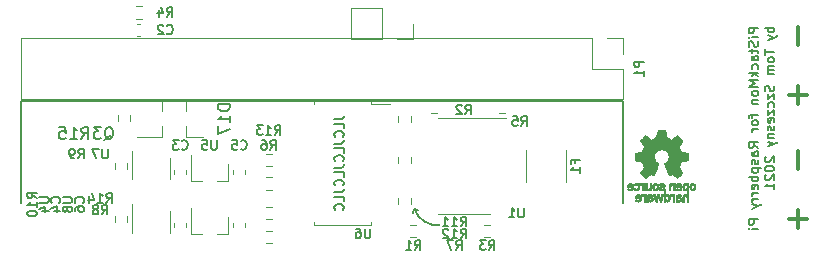
<source format=gbo>
G04 #@! TF.GenerationSoftware,KiCad,Pcbnew,5.1.5+dfsg1-2build2*
G04 #@! TF.CreationDate,2021-01-26T14:35:44+01:00*
G04 #@! TF.ProjectId,PiStackMon,50695374-6163-46b4-9d6f-6e2e6b696361,rev?*
G04 #@! TF.SameCoordinates,Original*
G04 #@! TF.FileFunction,Legend,Bot*
G04 #@! TF.FilePolarity,Positive*
%FSLAX46Y46*%
G04 Gerber Fmt 4.6, Leading zero omitted, Abs format (unit mm)*
G04 Created by KiCad (PCBNEW 5.1.5+dfsg1-2build2) date 2021-01-26 14:35:44*
%MOMM*%
%LPD*%
G04 APERTURE LIST*
%ADD10C,0.330000*%
%ADD11C,0.150000*%
%ADD12C,0.200000*%
%ADD13C,0.250000*%
%ADD14C,0.160000*%
%ADD15C,0.120000*%
%ADD16C,0.010000*%
G04 APERTURE END LIST*
D10*
X276857142Y-165261904D02*
X276857142Y-163738095D01*
X276857142Y-170261904D02*
X276857142Y-168738095D01*
X276095238Y-169500000D02*
X277619047Y-169500000D01*
X276857142Y-154761904D02*
X276857142Y-153238095D01*
X276857142Y-159761904D02*
X276857142Y-158238095D01*
X276095238Y-159000000D02*
X277619047Y-159000000D01*
D11*
X244337758Y-168637045D02*
X244660000Y-168750000D01*
X244337758Y-168637045D02*
X244250000Y-169000000D01*
X244337758Y-168637045D02*
G75*
G03X246499999Y-169999999I1912242J637045D01*
G01*
X262000000Y-159500000D02*
X211000000Y-159500000D01*
X261960000Y-168130000D02*
X262000000Y-159500000D01*
X211000000Y-159500000D02*
X211000000Y-168130000D01*
D12*
X237561904Y-161054761D02*
X238133333Y-161054761D01*
X238247619Y-161016666D01*
X238323809Y-160940476D01*
X238361904Y-160826190D01*
X238361904Y-160750000D01*
X238361904Y-161816666D02*
X238361904Y-161435714D01*
X237561904Y-161435714D01*
X238285714Y-162540476D02*
X238323809Y-162502380D01*
X238361904Y-162388095D01*
X238361904Y-162311904D01*
X238323809Y-162197619D01*
X238247619Y-162121428D01*
X238171428Y-162083333D01*
X238019047Y-162045238D01*
X237904761Y-162045238D01*
X237752380Y-162083333D01*
X237676190Y-162121428D01*
X237600000Y-162197619D01*
X237561904Y-162311904D01*
X237561904Y-162388095D01*
X237600000Y-162502380D01*
X237638095Y-162540476D01*
X237561904Y-163111904D02*
X238133333Y-163111904D01*
X238247619Y-163073809D01*
X238323809Y-162997619D01*
X238361904Y-162883333D01*
X238361904Y-162807142D01*
X238361904Y-163873809D02*
X238361904Y-163492857D01*
X237561904Y-163492857D01*
X238285714Y-164597619D02*
X238323809Y-164559523D01*
X238361904Y-164445238D01*
X238361904Y-164369047D01*
X238323809Y-164254761D01*
X238247619Y-164178571D01*
X238171428Y-164140476D01*
X238019047Y-164102380D01*
X237904761Y-164102380D01*
X237752380Y-164140476D01*
X237676190Y-164178571D01*
X237600000Y-164254761D01*
X237561904Y-164369047D01*
X237561904Y-164445238D01*
X237600000Y-164559523D01*
X237638095Y-164597619D01*
X237561904Y-165169047D02*
X238133333Y-165169047D01*
X238247619Y-165130952D01*
X238323809Y-165054761D01*
X238361904Y-164940476D01*
X238361904Y-164864285D01*
X238361904Y-165930952D02*
X238361904Y-165550000D01*
X237561904Y-165550000D01*
X238285714Y-166654761D02*
X238323809Y-166616666D01*
X238361904Y-166502380D01*
X238361904Y-166426190D01*
X238323809Y-166311904D01*
X238247619Y-166235714D01*
X238171428Y-166197619D01*
X238019047Y-166159523D01*
X237904761Y-166159523D01*
X237752380Y-166197619D01*
X237676190Y-166235714D01*
X237600000Y-166311904D01*
X237561904Y-166426190D01*
X237561904Y-166502380D01*
X237600000Y-166616666D01*
X237638095Y-166654761D01*
X237561904Y-167226190D02*
X238133333Y-167226190D01*
X238247619Y-167188095D01*
X238323809Y-167111904D01*
X238361904Y-166997619D01*
X238361904Y-166921428D01*
X238361904Y-167988095D02*
X238361904Y-167607142D01*
X237561904Y-167607142D01*
X238285714Y-168711904D02*
X238323809Y-168673809D01*
X238361904Y-168559523D01*
X238361904Y-168483333D01*
X238323809Y-168369047D01*
X238247619Y-168292857D01*
X238171428Y-168254761D01*
X238019047Y-168216666D01*
X237904761Y-168216666D01*
X237752380Y-168254761D01*
X237676190Y-168292857D01*
X237600000Y-168369047D01*
X237561904Y-168483333D01*
X237561904Y-168559523D01*
X237600000Y-168673809D01*
X237638095Y-168711904D01*
D13*
D14*
X273431904Y-153294476D02*
X272631904Y-153294476D01*
X272631904Y-153599238D01*
X272670000Y-153675428D01*
X272708095Y-153713523D01*
X272784285Y-153751619D01*
X272898571Y-153751619D01*
X272974761Y-153713523D01*
X273012857Y-153675428D01*
X273050952Y-153599238D01*
X273050952Y-153294476D01*
X273431904Y-154094476D02*
X272898571Y-154094476D01*
X272631904Y-154094476D02*
X272670000Y-154056380D01*
X272708095Y-154094476D01*
X272670000Y-154132571D01*
X272631904Y-154094476D01*
X272708095Y-154094476D01*
X273393809Y-154437333D02*
X273431904Y-154551619D01*
X273431904Y-154742095D01*
X273393809Y-154818285D01*
X273355714Y-154856380D01*
X273279523Y-154894476D01*
X273203333Y-154894476D01*
X273127142Y-154856380D01*
X273089047Y-154818285D01*
X273050952Y-154742095D01*
X273012857Y-154589714D01*
X272974761Y-154513523D01*
X272936666Y-154475428D01*
X272860476Y-154437333D01*
X272784285Y-154437333D01*
X272708095Y-154475428D01*
X272670000Y-154513523D01*
X272631904Y-154589714D01*
X272631904Y-154780190D01*
X272670000Y-154894476D01*
X272898571Y-155123047D02*
X272898571Y-155427809D01*
X272631904Y-155237333D02*
X273317619Y-155237333D01*
X273393809Y-155275428D01*
X273431904Y-155351619D01*
X273431904Y-155427809D01*
X273431904Y-156037333D02*
X273012857Y-156037333D01*
X272936666Y-155999238D01*
X272898571Y-155923047D01*
X272898571Y-155770666D01*
X272936666Y-155694476D01*
X273393809Y-156037333D02*
X273431904Y-155961142D01*
X273431904Y-155770666D01*
X273393809Y-155694476D01*
X273317619Y-155656380D01*
X273241428Y-155656380D01*
X273165238Y-155694476D01*
X273127142Y-155770666D01*
X273127142Y-155961142D01*
X273089047Y-156037333D01*
X273393809Y-156761142D02*
X273431904Y-156684952D01*
X273431904Y-156532571D01*
X273393809Y-156456380D01*
X273355714Y-156418285D01*
X273279523Y-156380190D01*
X273050952Y-156380190D01*
X272974761Y-156418285D01*
X272936666Y-156456380D01*
X272898571Y-156532571D01*
X272898571Y-156684952D01*
X272936666Y-156761142D01*
X273431904Y-157104000D02*
X272631904Y-157104000D01*
X273127142Y-157180190D02*
X273431904Y-157408761D01*
X272898571Y-157408761D02*
X273203333Y-157104000D01*
X273431904Y-157751619D02*
X272631904Y-157751619D01*
X273203333Y-158018285D01*
X272631904Y-158284952D01*
X273431904Y-158284952D01*
X273431904Y-158780190D02*
X273393809Y-158704000D01*
X273355714Y-158665904D01*
X273279523Y-158627809D01*
X273050952Y-158627809D01*
X272974761Y-158665904D01*
X272936666Y-158704000D01*
X272898571Y-158780190D01*
X272898571Y-158894476D01*
X272936666Y-158970666D01*
X272974761Y-159008761D01*
X273050952Y-159046857D01*
X273279523Y-159046857D01*
X273355714Y-159008761D01*
X273393809Y-158970666D01*
X273431904Y-158894476D01*
X273431904Y-158780190D01*
X272898571Y-159389714D02*
X273431904Y-159389714D01*
X272974761Y-159389714D02*
X272936666Y-159427809D01*
X272898571Y-159504000D01*
X272898571Y-159618285D01*
X272936666Y-159694476D01*
X273012857Y-159732571D01*
X273431904Y-159732571D01*
X272898571Y-160608761D02*
X272898571Y-160913523D01*
X273431904Y-160723047D02*
X272746190Y-160723047D01*
X272670000Y-160761142D01*
X272631904Y-160837333D01*
X272631904Y-160913523D01*
X273431904Y-161294476D02*
X273393809Y-161218285D01*
X273355714Y-161180190D01*
X273279523Y-161142095D01*
X273050952Y-161142095D01*
X272974761Y-161180190D01*
X272936666Y-161218285D01*
X272898571Y-161294476D01*
X272898571Y-161408761D01*
X272936666Y-161484952D01*
X272974761Y-161523047D01*
X273050952Y-161561142D01*
X273279523Y-161561142D01*
X273355714Y-161523047D01*
X273393809Y-161484952D01*
X273431904Y-161408761D01*
X273431904Y-161294476D01*
X273431904Y-161904000D02*
X272898571Y-161904000D01*
X273050952Y-161904000D02*
X272974761Y-161942095D01*
X272936666Y-161980190D01*
X272898571Y-162056380D01*
X272898571Y-162132571D01*
X273431904Y-163465904D02*
X273050952Y-163199238D01*
X273431904Y-163008761D02*
X272631904Y-163008761D01*
X272631904Y-163313523D01*
X272670000Y-163389714D01*
X272708095Y-163427809D01*
X272784285Y-163465904D01*
X272898571Y-163465904D01*
X272974761Y-163427809D01*
X273012857Y-163389714D01*
X273050952Y-163313523D01*
X273050952Y-163008761D01*
X273431904Y-164151619D02*
X273012857Y-164151619D01*
X272936666Y-164113523D01*
X272898571Y-164037333D01*
X272898571Y-163884952D01*
X272936666Y-163808761D01*
X273393809Y-164151619D02*
X273431904Y-164075428D01*
X273431904Y-163884952D01*
X273393809Y-163808761D01*
X273317619Y-163770666D01*
X273241428Y-163770666D01*
X273165238Y-163808761D01*
X273127142Y-163884952D01*
X273127142Y-164075428D01*
X273089047Y-164151619D01*
X273393809Y-164494476D02*
X273431904Y-164570666D01*
X273431904Y-164723047D01*
X273393809Y-164799238D01*
X273317619Y-164837333D01*
X273279523Y-164837333D01*
X273203333Y-164799238D01*
X273165238Y-164723047D01*
X273165238Y-164608761D01*
X273127142Y-164532571D01*
X273050952Y-164494476D01*
X273012857Y-164494476D01*
X272936666Y-164532571D01*
X272898571Y-164608761D01*
X272898571Y-164723047D01*
X272936666Y-164799238D01*
X272898571Y-165180190D02*
X273698571Y-165180190D01*
X272936666Y-165180190D02*
X272898571Y-165256380D01*
X272898571Y-165408761D01*
X272936666Y-165484952D01*
X272974761Y-165523047D01*
X273050952Y-165561142D01*
X273279523Y-165561142D01*
X273355714Y-165523047D01*
X273393809Y-165484952D01*
X273431904Y-165408761D01*
X273431904Y-165256380D01*
X273393809Y-165180190D01*
X273431904Y-165904000D02*
X272631904Y-165904000D01*
X272936666Y-165904000D02*
X272898571Y-165980190D01*
X272898571Y-166132571D01*
X272936666Y-166208761D01*
X272974761Y-166246857D01*
X273050952Y-166284952D01*
X273279523Y-166284952D01*
X273355714Y-166246857D01*
X273393809Y-166208761D01*
X273431904Y-166132571D01*
X273431904Y-165980190D01*
X273393809Y-165904000D01*
X273393809Y-166932571D02*
X273431904Y-166856380D01*
X273431904Y-166704000D01*
X273393809Y-166627809D01*
X273317619Y-166589714D01*
X273012857Y-166589714D01*
X272936666Y-166627809D01*
X272898571Y-166704000D01*
X272898571Y-166856380D01*
X272936666Y-166932571D01*
X273012857Y-166970666D01*
X273089047Y-166970666D01*
X273165238Y-166589714D01*
X273431904Y-167313523D02*
X272898571Y-167313523D01*
X273050952Y-167313523D02*
X272974761Y-167351619D01*
X272936666Y-167389714D01*
X272898571Y-167465904D01*
X272898571Y-167542095D01*
X273431904Y-167808761D02*
X272898571Y-167808761D01*
X273050952Y-167808761D02*
X272974761Y-167846857D01*
X272936666Y-167884952D01*
X272898571Y-167961142D01*
X272898571Y-168037333D01*
X272898571Y-168227809D02*
X273431904Y-168418285D01*
X272898571Y-168608761D02*
X273431904Y-168418285D01*
X273622380Y-168342095D01*
X273660476Y-168304000D01*
X273698571Y-168227809D01*
X273431904Y-169523047D02*
X272631904Y-169523047D01*
X272631904Y-169827809D01*
X272670000Y-169904000D01*
X272708095Y-169942095D01*
X272784285Y-169980190D01*
X272898571Y-169980190D01*
X272974761Y-169942095D01*
X273012857Y-169904000D01*
X273050952Y-169827809D01*
X273050952Y-169523047D01*
X273431904Y-170323047D02*
X272898571Y-170323047D01*
X272631904Y-170323047D02*
X272670000Y-170284952D01*
X272708095Y-170323047D01*
X272670000Y-170361142D01*
X272631904Y-170323047D01*
X272708095Y-170323047D01*
X274791904Y-153294476D02*
X273991904Y-153294476D01*
X274296666Y-153294476D02*
X274258571Y-153370666D01*
X274258571Y-153523047D01*
X274296666Y-153599238D01*
X274334761Y-153637333D01*
X274410952Y-153675428D01*
X274639523Y-153675428D01*
X274715714Y-153637333D01*
X274753809Y-153599238D01*
X274791904Y-153523047D01*
X274791904Y-153370666D01*
X274753809Y-153294476D01*
X274258571Y-153942095D02*
X274791904Y-154132571D01*
X274258571Y-154323047D02*
X274791904Y-154132571D01*
X274982380Y-154056380D01*
X275020476Y-154018285D01*
X275058571Y-153942095D01*
X273991904Y-155123047D02*
X273991904Y-155580190D01*
X274791904Y-155351619D02*
X273991904Y-155351619D01*
X274791904Y-155961142D02*
X274753809Y-155884952D01*
X274715714Y-155846857D01*
X274639523Y-155808761D01*
X274410952Y-155808761D01*
X274334761Y-155846857D01*
X274296666Y-155884952D01*
X274258571Y-155961142D01*
X274258571Y-156075428D01*
X274296666Y-156151619D01*
X274334761Y-156189714D01*
X274410952Y-156227809D01*
X274639523Y-156227809D01*
X274715714Y-156189714D01*
X274753809Y-156151619D01*
X274791904Y-156075428D01*
X274791904Y-155961142D01*
X274791904Y-156570666D02*
X274258571Y-156570666D01*
X274334761Y-156570666D02*
X274296666Y-156608761D01*
X274258571Y-156684952D01*
X274258571Y-156799238D01*
X274296666Y-156875428D01*
X274372857Y-156913523D01*
X274791904Y-156913523D01*
X274372857Y-156913523D02*
X274296666Y-156951619D01*
X274258571Y-157027809D01*
X274258571Y-157142095D01*
X274296666Y-157218285D01*
X274372857Y-157256380D01*
X274791904Y-157256380D01*
X274753809Y-158208761D02*
X274791904Y-158323047D01*
X274791904Y-158513523D01*
X274753809Y-158589714D01*
X274715714Y-158627809D01*
X274639523Y-158665904D01*
X274563333Y-158665904D01*
X274487142Y-158627809D01*
X274449047Y-158589714D01*
X274410952Y-158513523D01*
X274372857Y-158361142D01*
X274334761Y-158284952D01*
X274296666Y-158246857D01*
X274220476Y-158208761D01*
X274144285Y-158208761D01*
X274068095Y-158246857D01*
X274030000Y-158284952D01*
X273991904Y-158361142D01*
X273991904Y-158551619D01*
X274030000Y-158665904D01*
X274258571Y-158932571D02*
X274258571Y-159351619D01*
X274791904Y-158932571D01*
X274791904Y-159351619D01*
X274753809Y-159999238D02*
X274791904Y-159923047D01*
X274791904Y-159770666D01*
X274753809Y-159694476D01*
X274715714Y-159656380D01*
X274639523Y-159618285D01*
X274410952Y-159618285D01*
X274334761Y-159656380D01*
X274296666Y-159694476D01*
X274258571Y-159770666D01*
X274258571Y-159923047D01*
X274296666Y-159999238D01*
X274258571Y-160265904D02*
X274258571Y-160684952D01*
X274791904Y-160265904D01*
X274791904Y-160684952D01*
X274753809Y-161294476D02*
X274791904Y-161218285D01*
X274791904Y-161065904D01*
X274753809Y-160989714D01*
X274677619Y-160951619D01*
X274372857Y-160951619D01*
X274296666Y-160989714D01*
X274258571Y-161065904D01*
X274258571Y-161218285D01*
X274296666Y-161294476D01*
X274372857Y-161332571D01*
X274449047Y-161332571D01*
X274525238Y-160951619D01*
X274753809Y-161637333D02*
X274791904Y-161713523D01*
X274791904Y-161865904D01*
X274753809Y-161942095D01*
X274677619Y-161980190D01*
X274639523Y-161980190D01*
X274563333Y-161942095D01*
X274525238Y-161865904D01*
X274525238Y-161751619D01*
X274487142Y-161675428D01*
X274410952Y-161637333D01*
X274372857Y-161637333D01*
X274296666Y-161675428D01*
X274258571Y-161751619D01*
X274258571Y-161865904D01*
X274296666Y-161942095D01*
X274258571Y-162323047D02*
X274791904Y-162323047D01*
X274334761Y-162323047D02*
X274296666Y-162361142D01*
X274258571Y-162437333D01*
X274258571Y-162551619D01*
X274296666Y-162627809D01*
X274372857Y-162665904D01*
X274791904Y-162665904D01*
X274258571Y-162970666D02*
X274791904Y-163161142D01*
X274258571Y-163351619D02*
X274791904Y-163161142D01*
X274982380Y-163084952D01*
X275020476Y-163046857D01*
X275058571Y-162970666D01*
X274068095Y-164227809D02*
X274030000Y-164265904D01*
X273991904Y-164342095D01*
X273991904Y-164532571D01*
X274030000Y-164608761D01*
X274068095Y-164646857D01*
X274144285Y-164684952D01*
X274220476Y-164684952D01*
X274334761Y-164646857D01*
X274791904Y-164189714D01*
X274791904Y-164684952D01*
X273991904Y-165180190D02*
X273991904Y-165256380D01*
X274030000Y-165332571D01*
X274068095Y-165370666D01*
X274144285Y-165408761D01*
X274296666Y-165446857D01*
X274487142Y-165446857D01*
X274639523Y-165408761D01*
X274715714Y-165370666D01*
X274753809Y-165332571D01*
X274791904Y-165256380D01*
X274791904Y-165180190D01*
X274753809Y-165104000D01*
X274715714Y-165065904D01*
X274639523Y-165027809D01*
X274487142Y-164989714D01*
X274296666Y-164989714D01*
X274144285Y-165027809D01*
X274068095Y-165065904D01*
X274030000Y-165104000D01*
X273991904Y-165180190D01*
X274068095Y-165751619D02*
X274030000Y-165789714D01*
X273991904Y-165865904D01*
X273991904Y-166056380D01*
X274030000Y-166132571D01*
X274068095Y-166170666D01*
X274144285Y-166208761D01*
X274220476Y-166208761D01*
X274334761Y-166170666D01*
X274791904Y-165713523D01*
X274791904Y-166208761D01*
X274791904Y-166970666D02*
X274791904Y-166513523D01*
X274791904Y-166742095D02*
X273991904Y-166742095D01*
X274106190Y-166665904D01*
X274182380Y-166589714D01*
X274220476Y-166513523D01*
D15*
X224990000Y-162580000D02*
X226450000Y-162580000D01*
X224990000Y-159420000D02*
X227150000Y-159420000D01*
X224990000Y-159420000D02*
X224990000Y-160350000D01*
X224990000Y-162580000D02*
X224990000Y-161650000D01*
X244180000Y-154290000D02*
X244180000Y-152960000D01*
X242850000Y-154290000D02*
X244180000Y-154290000D01*
X241580000Y-154290000D02*
X241580000Y-151630000D01*
X241580000Y-151630000D02*
X238980000Y-151630000D01*
X241580000Y-154290000D02*
X238980000Y-154290000D01*
X238980000Y-154290000D02*
X238980000Y-151630000D01*
X220272500Y-160657776D02*
X220272500Y-161167224D01*
X219227500Y-160657776D02*
X219227500Y-161167224D01*
X223010000Y-159420000D02*
X221550000Y-159420000D01*
X223010000Y-162580000D02*
X220850000Y-162580000D01*
X223010000Y-162580000D02*
X223010000Y-161650000D01*
X223010000Y-159420000D02*
X223010000Y-160350000D01*
X228580000Y-166260000D02*
X228580000Y-164800000D01*
X225420000Y-166260000D02*
X225420000Y-164100000D01*
X225420000Y-166260000D02*
X226350000Y-166260000D01*
X228580000Y-166260000D02*
X227650000Y-166260000D01*
X220022500Y-164745276D02*
X220022500Y-165254724D01*
X218977500Y-164745276D02*
X218977500Y-165254724D01*
X252004724Y-160522500D02*
X251495276Y-160522500D01*
X252004724Y-159477500D02*
X251495276Y-159477500D01*
X248500000Y-160965000D02*
X252100000Y-160965000D01*
X248500000Y-160965000D02*
X246300000Y-160965000D01*
X248500000Y-169035000D02*
X250700000Y-169035000D01*
X248500000Y-169035000D02*
X246300000Y-169035000D01*
X228580000Y-170760000D02*
X228580000Y-169300000D01*
X225420000Y-170760000D02*
X225420000Y-168600000D01*
X225420000Y-170760000D02*
X226350000Y-170760000D01*
X228580000Y-170760000D02*
X227650000Y-170760000D01*
X220390000Y-170650000D02*
X220390000Y-168200000D01*
X223610000Y-168850000D02*
X223610000Y-170650000D01*
X231745276Y-168477500D02*
X232254724Y-168477500D01*
X231745276Y-169522500D02*
X232254724Y-169522500D01*
X231745276Y-163977500D02*
X232254724Y-163977500D01*
X231745276Y-165022500D02*
X232254724Y-165022500D01*
X244022500Y-164245276D02*
X244022500Y-164754724D01*
X242977500Y-164245276D02*
X242977500Y-164754724D01*
X244022500Y-160745276D02*
X244022500Y-161254724D01*
X242977500Y-160745276D02*
X242977500Y-161254724D01*
X220022500Y-169245276D02*
X220022500Y-169754724D01*
X218977500Y-169245276D02*
X218977500Y-169754724D01*
X232254724Y-171522500D02*
X231745276Y-171522500D01*
X232254724Y-170477500D02*
X231745276Y-170477500D01*
X230010000Y-169853733D02*
X230010000Y-170146267D01*
X228990000Y-169853733D02*
X228990000Y-170146267D01*
X230010000Y-165353733D02*
X230010000Y-165646267D01*
X228990000Y-165353733D02*
X228990000Y-165646267D01*
X225010000Y-169853733D02*
X225010000Y-170146267D01*
X223990000Y-169853733D02*
X223990000Y-170146267D01*
X225010000Y-165353733D02*
X225010000Y-165646267D01*
X223990000Y-165353733D02*
X223990000Y-165646267D01*
X250245276Y-169977500D02*
X250754724Y-169977500D01*
X250245276Y-171022500D02*
X250754724Y-171022500D01*
X240635000Y-159770000D02*
X242300000Y-159770000D01*
X240635000Y-159490000D02*
X240635000Y-159770000D01*
X238250000Y-159490000D02*
X240635000Y-159490000D01*
X235865000Y-159490000D02*
X235865000Y-159770000D01*
X238250000Y-159490000D02*
X235865000Y-159490000D01*
X240635000Y-170010000D02*
X240635000Y-169730000D01*
X238250000Y-170010000D02*
X240635000Y-170010000D01*
X235865000Y-170010000D02*
X235865000Y-169730000D01*
X238250000Y-170010000D02*
X235865000Y-170010000D01*
X232254724Y-167022500D02*
X231745276Y-167022500D01*
X232254724Y-165977500D02*
X231745276Y-165977500D01*
X244504724Y-171022500D02*
X243995276Y-171022500D01*
X244504724Y-169977500D02*
X243995276Y-169977500D01*
X220390000Y-166150000D02*
X220390000Y-163700000D01*
X223610000Y-164350000D02*
X223610000Y-166150000D01*
X242977500Y-168254724D02*
X242977500Y-167745276D01*
X244022500Y-168254724D02*
X244022500Y-167745276D01*
X246254724Y-160522500D02*
X245745276Y-160522500D01*
X246254724Y-159477500D02*
X245745276Y-159477500D01*
D16*
G36*
X264873036Y-162290018D02*
G01*
X264816188Y-162591570D01*
X264396662Y-162764512D01*
X264145016Y-162593395D01*
X264074542Y-162545750D01*
X264010837Y-162503210D01*
X263956874Y-162467715D01*
X263915627Y-162441210D01*
X263890066Y-162425636D01*
X263883105Y-162422278D01*
X263870565Y-162430914D01*
X263843769Y-162454792D01*
X263805720Y-162490859D01*
X263759421Y-162536067D01*
X263707877Y-162587364D01*
X263654091Y-162641701D01*
X263601065Y-162696028D01*
X263551805Y-162747295D01*
X263509313Y-162792451D01*
X263476593Y-162828446D01*
X263456649Y-162852230D01*
X263451881Y-162860190D01*
X263458743Y-162874865D01*
X263477980Y-162907014D01*
X263507570Y-162953492D01*
X263545490Y-163011156D01*
X263589718Y-163076860D01*
X263615346Y-163114336D01*
X263662059Y-163182768D01*
X263703568Y-163244520D01*
X263737860Y-163296519D01*
X263762920Y-163335692D01*
X263776736Y-163358965D01*
X263778812Y-163363855D01*
X263774105Y-163377755D01*
X263761277Y-163410150D01*
X263742262Y-163456485D01*
X263718997Y-163512206D01*
X263693416Y-163572758D01*
X263667455Y-163633586D01*
X263643050Y-163690136D01*
X263622137Y-163737852D01*
X263606651Y-163772181D01*
X263598528Y-163788568D01*
X263598048Y-163789212D01*
X263585293Y-163792341D01*
X263551323Y-163799321D01*
X263499660Y-163809467D01*
X263433824Y-163822092D01*
X263357336Y-163836509D01*
X263312710Y-163844823D01*
X263230979Y-163860384D01*
X263157157Y-163875192D01*
X263094979Y-163888436D01*
X263048178Y-163899305D01*
X263020491Y-163906989D01*
X263014926Y-163909427D01*
X263009474Y-163925930D01*
X263005076Y-163963200D01*
X263001728Y-164016880D01*
X262999426Y-164082612D01*
X262998168Y-164156037D01*
X262997952Y-164232796D01*
X262998773Y-164308532D01*
X263000629Y-164378886D01*
X263003518Y-164439500D01*
X263007435Y-164486016D01*
X263012378Y-164514075D01*
X263015343Y-164519916D01*
X263033066Y-164526917D01*
X263070619Y-164536927D01*
X263123036Y-164548769D01*
X263185348Y-164561267D01*
X263207100Y-164565310D01*
X263311976Y-164584520D01*
X263394820Y-164599991D01*
X263458370Y-164612337D01*
X263505363Y-164622173D01*
X263538537Y-164630114D01*
X263560629Y-164636776D01*
X263574376Y-164642773D01*
X263582516Y-164648719D01*
X263583655Y-164649894D01*
X263595023Y-164668826D01*
X263612365Y-164705669D01*
X263633950Y-164755913D01*
X263658046Y-164815046D01*
X263682921Y-164878556D01*
X263706843Y-164941932D01*
X263728081Y-165000662D01*
X263744903Y-165050235D01*
X263755578Y-165086139D01*
X263758373Y-165103862D01*
X263758140Y-165104483D01*
X263748669Y-165118970D01*
X263727182Y-165150844D01*
X263695937Y-165196789D01*
X263657193Y-165253485D01*
X263613207Y-165317617D01*
X263600681Y-165335842D01*
X263556016Y-165401914D01*
X263516712Y-165462200D01*
X263484912Y-165513235D01*
X263462755Y-165551560D01*
X263452383Y-165573711D01*
X263451881Y-165576432D01*
X263460595Y-165590736D01*
X263484675Y-165619072D01*
X263521024Y-165658396D01*
X263566547Y-165705661D01*
X263618148Y-165757823D01*
X263672733Y-165811835D01*
X263727206Y-165864653D01*
X263778471Y-165913231D01*
X263823433Y-165954523D01*
X263858996Y-165985485D01*
X263882065Y-166003070D01*
X263888446Y-166005941D01*
X263903301Y-165999178D01*
X263933714Y-165980939D01*
X263974732Y-165954297D01*
X264006291Y-165932852D01*
X264063475Y-165893503D01*
X264131194Y-165847171D01*
X264199120Y-165800913D01*
X264235639Y-165776155D01*
X264359248Y-165692547D01*
X264463009Y-165748650D01*
X264510280Y-165773228D01*
X264550477Y-165792331D01*
X264577674Y-165803227D01*
X264584598Y-165804743D01*
X264592923Y-165793549D01*
X264609346Y-165761917D01*
X264632643Y-165712765D01*
X264661586Y-165649010D01*
X264694950Y-165573571D01*
X264731509Y-165489364D01*
X264770036Y-165399308D01*
X264809306Y-165306321D01*
X264848092Y-165213320D01*
X264885170Y-165123223D01*
X264919311Y-165038948D01*
X264949292Y-164963413D01*
X264973884Y-164899534D01*
X264991864Y-164850231D01*
X265002003Y-164818421D01*
X265003634Y-164807496D01*
X264990709Y-164793561D01*
X264962411Y-164770940D01*
X264924654Y-164744333D01*
X264921485Y-164742228D01*
X264823900Y-164664114D01*
X264745214Y-164572982D01*
X264686109Y-164471745D01*
X264647268Y-164363318D01*
X264629372Y-164250614D01*
X264633103Y-164136548D01*
X264659143Y-164024034D01*
X264708175Y-163915985D01*
X264722600Y-163892345D01*
X264797631Y-163796887D01*
X264886270Y-163720232D01*
X264985451Y-163662780D01*
X265092105Y-163624929D01*
X265203164Y-163607078D01*
X265315561Y-163609625D01*
X265426227Y-163632970D01*
X265532094Y-163677510D01*
X265630095Y-163743645D01*
X265660410Y-163770487D01*
X265737562Y-163854512D01*
X265793782Y-163942966D01*
X265832347Y-164042115D01*
X265853826Y-164140303D01*
X265859128Y-164250697D01*
X265841448Y-164361640D01*
X265802581Y-164469381D01*
X265744323Y-164570169D01*
X265668469Y-164660256D01*
X265576817Y-164735892D01*
X265564772Y-164743864D01*
X265526611Y-164769974D01*
X265497601Y-164792595D01*
X265483732Y-164807039D01*
X265483531Y-164807496D01*
X265486508Y-164823121D01*
X265498311Y-164858582D01*
X265517714Y-164910962D01*
X265543488Y-164977345D01*
X265574409Y-165054814D01*
X265609249Y-165140450D01*
X265646783Y-165231337D01*
X265685783Y-165324559D01*
X265725023Y-165417197D01*
X265763276Y-165506335D01*
X265799317Y-165589055D01*
X265831917Y-165662441D01*
X265859852Y-165723575D01*
X265881895Y-165769541D01*
X265896818Y-165797421D01*
X265902828Y-165804743D01*
X265921191Y-165799041D01*
X265955552Y-165783749D01*
X265999984Y-165761599D01*
X266024417Y-165748650D01*
X266128178Y-165692547D01*
X266251787Y-165776155D01*
X266314886Y-165818987D01*
X266383970Y-165866122D01*
X266448707Y-165910503D01*
X266481134Y-165932852D01*
X266526741Y-165963477D01*
X266565360Y-165987747D01*
X266591952Y-166002587D01*
X266600590Y-166005724D01*
X266613161Y-165997261D01*
X266640984Y-165973636D01*
X266681361Y-165937302D01*
X266731595Y-165890711D01*
X266788988Y-165836317D01*
X266825286Y-165801392D01*
X266888790Y-165738996D01*
X266943673Y-165683188D01*
X266987714Y-165636354D01*
X267018695Y-165600882D01*
X267034398Y-165579161D01*
X267035905Y-165574752D01*
X267028914Y-165557985D01*
X267009594Y-165524082D01*
X266980091Y-165476476D01*
X266942545Y-165418599D01*
X266899100Y-165353884D01*
X266886745Y-165335842D01*
X266841727Y-165270267D01*
X266801340Y-165211228D01*
X266767840Y-165162042D01*
X266743486Y-165126028D01*
X266730536Y-165106502D01*
X266729285Y-165104483D01*
X266731156Y-165088922D01*
X266741087Y-165054709D01*
X266757347Y-165006355D01*
X266778205Y-164948371D01*
X266801927Y-164885270D01*
X266826784Y-164821563D01*
X266851042Y-164761761D01*
X266872971Y-164710376D01*
X266890838Y-164671919D01*
X266902913Y-164650902D01*
X266903771Y-164649894D01*
X266911154Y-164643888D01*
X266923625Y-164637948D01*
X266943920Y-164631460D01*
X266974778Y-164623809D01*
X267018934Y-164614380D01*
X267079126Y-164602559D01*
X267158093Y-164587729D01*
X267258570Y-164569277D01*
X267280325Y-164565310D01*
X267344802Y-164552853D01*
X267401011Y-164540666D01*
X267443987Y-164529926D01*
X267468760Y-164521809D01*
X267472082Y-164519916D01*
X267477556Y-164503138D01*
X267482006Y-164465645D01*
X267485428Y-164411794D01*
X267487819Y-164345944D01*
X267489177Y-164272453D01*
X267489499Y-164195680D01*
X267488781Y-164119983D01*
X267487021Y-164049720D01*
X267484216Y-163989250D01*
X267480362Y-163942930D01*
X267475457Y-163915119D01*
X267472500Y-163909427D01*
X267456037Y-163903686D01*
X267418551Y-163894345D01*
X267363775Y-163882215D01*
X267295445Y-163868107D01*
X267217294Y-163852830D01*
X267174716Y-163844823D01*
X267093929Y-163829721D01*
X267021887Y-163816040D01*
X266962111Y-163804467D01*
X266918121Y-163795687D01*
X266893439Y-163790387D01*
X266889377Y-163789212D01*
X266882511Y-163775965D01*
X266867998Y-163744057D01*
X266847771Y-163698047D01*
X266823766Y-163642492D01*
X266797918Y-163581953D01*
X266772160Y-163520986D01*
X266748427Y-163464151D01*
X266728654Y-163416006D01*
X266714776Y-163381110D01*
X266708726Y-163364021D01*
X266708614Y-163363274D01*
X266715472Y-163349793D01*
X266734698Y-163318770D01*
X266764272Y-163273289D01*
X266802173Y-163216432D01*
X266846380Y-163151283D01*
X266872079Y-163113862D01*
X266918907Y-163045247D01*
X266960499Y-162982952D01*
X266994825Y-162930129D01*
X267019857Y-162889927D01*
X267033565Y-162865500D01*
X267035544Y-162860024D01*
X267027034Y-162847278D01*
X267003507Y-162820063D01*
X266967968Y-162781428D01*
X266923423Y-162734423D01*
X266872877Y-162682095D01*
X266819336Y-162627495D01*
X266765805Y-162573670D01*
X266715289Y-162523670D01*
X266670794Y-162480543D01*
X266635325Y-162447339D01*
X266611887Y-162427106D01*
X266604046Y-162422278D01*
X266591280Y-162429067D01*
X266560744Y-162448142D01*
X266515410Y-162477561D01*
X266458244Y-162515381D01*
X266392216Y-162559661D01*
X266342410Y-162593395D01*
X266090764Y-162764512D01*
X265881001Y-162678041D01*
X265671237Y-162591570D01*
X265614389Y-162290018D01*
X265557540Y-161988466D01*
X264929885Y-161988466D01*
X264873036Y-162290018D01*
G37*
X264873036Y-162290018D02*
X264816188Y-162591570D01*
X264396662Y-162764512D01*
X264145016Y-162593395D01*
X264074542Y-162545750D01*
X264010837Y-162503210D01*
X263956874Y-162467715D01*
X263915627Y-162441210D01*
X263890066Y-162425636D01*
X263883105Y-162422278D01*
X263870565Y-162430914D01*
X263843769Y-162454792D01*
X263805720Y-162490859D01*
X263759421Y-162536067D01*
X263707877Y-162587364D01*
X263654091Y-162641701D01*
X263601065Y-162696028D01*
X263551805Y-162747295D01*
X263509313Y-162792451D01*
X263476593Y-162828446D01*
X263456649Y-162852230D01*
X263451881Y-162860190D01*
X263458743Y-162874865D01*
X263477980Y-162907014D01*
X263507570Y-162953492D01*
X263545490Y-163011156D01*
X263589718Y-163076860D01*
X263615346Y-163114336D01*
X263662059Y-163182768D01*
X263703568Y-163244520D01*
X263737860Y-163296519D01*
X263762920Y-163335692D01*
X263776736Y-163358965D01*
X263778812Y-163363855D01*
X263774105Y-163377755D01*
X263761277Y-163410150D01*
X263742262Y-163456485D01*
X263718997Y-163512206D01*
X263693416Y-163572758D01*
X263667455Y-163633586D01*
X263643050Y-163690136D01*
X263622137Y-163737852D01*
X263606651Y-163772181D01*
X263598528Y-163788568D01*
X263598048Y-163789212D01*
X263585293Y-163792341D01*
X263551323Y-163799321D01*
X263499660Y-163809467D01*
X263433824Y-163822092D01*
X263357336Y-163836509D01*
X263312710Y-163844823D01*
X263230979Y-163860384D01*
X263157157Y-163875192D01*
X263094979Y-163888436D01*
X263048178Y-163899305D01*
X263020491Y-163906989D01*
X263014926Y-163909427D01*
X263009474Y-163925930D01*
X263005076Y-163963200D01*
X263001728Y-164016880D01*
X262999426Y-164082612D01*
X262998168Y-164156037D01*
X262997952Y-164232796D01*
X262998773Y-164308532D01*
X263000629Y-164378886D01*
X263003518Y-164439500D01*
X263007435Y-164486016D01*
X263012378Y-164514075D01*
X263015343Y-164519916D01*
X263033066Y-164526917D01*
X263070619Y-164536927D01*
X263123036Y-164548769D01*
X263185348Y-164561267D01*
X263207100Y-164565310D01*
X263311976Y-164584520D01*
X263394820Y-164599991D01*
X263458370Y-164612337D01*
X263505363Y-164622173D01*
X263538537Y-164630114D01*
X263560629Y-164636776D01*
X263574376Y-164642773D01*
X263582516Y-164648719D01*
X263583655Y-164649894D01*
X263595023Y-164668826D01*
X263612365Y-164705669D01*
X263633950Y-164755913D01*
X263658046Y-164815046D01*
X263682921Y-164878556D01*
X263706843Y-164941932D01*
X263728081Y-165000662D01*
X263744903Y-165050235D01*
X263755578Y-165086139D01*
X263758373Y-165103862D01*
X263758140Y-165104483D01*
X263748669Y-165118970D01*
X263727182Y-165150844D01*
X263695937Y-165196789D01*
X263657193Y-165253485D01*
X263613207Y-165317617D01*
X263600681Y-165335842D01*
X263556016Y-165401914D01*
X263516712Y-165462200D01*
X263484912Y-165513235D01*
X263462755Y-165551560D01*
X263452383Y-165573711D01*
X263451881Y-165576432D01*
X263460595Y-165590736D01*
X263484675Y-165619072D01*
X263521024Y-165658396D01*
X263566547Y-165705661D01*
X263618148Y-165757823D01*
X263672733Y-165811835D01*
X263727206Y-165864653D01*
X263778471Y-165913231D01*
X263823433Y-165954523D01*
X263858996Y-165985485D01*
X263882065Y-166003070D01*
X263888446Y-166005941D01*
X263903301Y-165999178D01*
X263933714Y-165980939D01*
X263974732Y-165954297D01*
X264006291Y-165932852D01*
X264063475Y-165893503D01*
X264131194Y-165847171D01*
X264199120Y-165800913D01*
X264235639Y-165776155D01*
X264359248Y-165692547D01*
X264463009Y-165748650D01*
X264510280Y-165773228D01*
X264550477Y-165792331D01*
X264577674Y-165803227D01*
X264584598Y-165804743D01*
X264592923Y-165793549D01*
X264609346Y-165761917D01*
X264632643Y-165712765D01*
X264661586Y-165649010D01*
X264694950Y-165573571D01*
X264731509Y-165489364D01*
X264770036Y-165399308D01*
X264809306Y-165306321D01*
X264848092Y-165213320D01*
X264885170Y-165123223D01*
X264919311Y-165038948D01*
X264949292Y-164963413D01*
X264973884Y-164899534D01*
X264991864Y-164850231D01*
X265002003Y-164818421D01*
X265003634Y-164807496D01*
X264990709Y-164793561D01*
X264962411Y-164770940D01*
X264924654Y-164744333D01*
X264921485Y-164742228D01*
X264823900Y-164664114D01*
X264745214Y-164572982D01*
X264686109Y-164471745D01*
X264647268Y-164363318D01*
X264629372Y-164250614D01*
X264633103Y-164136548D01*
X264659143Y-164024034D01*
X264708175Y-163915985D01*
X264722600Y-163892345D01*
X264797631Y-163796887D01*
X264886270Y-163720232D01*
X264985451Y-163662780D01*
X265092105Y-163624929D01*
X265203164Y-163607078D01*
X265315561Y-163609625D01*
X265426227Y-163632970D01*
X265532094Y-163677510D01*
X265630095Y-163743645D01*
X265660410Y-163770487D01*
X265737562Y-163854512D01*
X265793782Y-163942966D01*
X265832347Y-164042115D01*
X265853826Y-164140303D01*
X265859128Y-164250697D01*
X265841448Y-164361640D01*
X265802581Y-164469381D01*
X265744323Y-164570169D01*
X265668469Y-164660256D01*
X265576817Y-164735892D01*
X265564772Y-164743864D01*
X265526611Y-164769974D01*
X265497601Y-164792595D01*
X265483732Y-164807039D01*
X265483531Y-164807496D01*
X265486508Y-164823121D01*
X265498311Y-164858582D01*
X265517714Y-164910962D01*
X265543488Y-164977345D01*
X265574409Y-165054814D01*
X265609249Y-165140450D01*
X265646783Y-165231337D01*
X265685783Y-165324559D01*
X265725023Y-165417197D01*
X265763276Y-165506335D01*
X265799317Y-165589055D01*
X265831917Y-165662441D01*
X265859852Y-165723575D01*
X265881895Y-165769541D01*
X265896818Y-165797421D01*
X265902828Y-165804743D01*
X265921191Y-165799041D01*
X265955552Y-165783749D01*
X265999984Y-165761599D01*
X266024417Y-165748650D01*
X266128178Y-165692547D01*
X266251787Y-165776155D01*
X266314886Y-165818987D01*
X266383970Y-165866122D01*
X266448707Y-165910503D01*
X266481134Y-165932852D01*
X266526741Y-165963477D01*
X266565360Y-165987747D01*
X266591952Y-166002587D01*
X266600590Y-166005724D01*
X266613161Y-165997261D01*
X266640984Y-165973636D01*
X266681361Y-165937302D01*
X266731595Y-165890711D01*
X266788988Y-165836317D01*
X266825286Y-165801392D01*
X266888790Y-165738996D01*
X266943673Y-165683188D01*
X266987714Y-165636354D01*
X267018695Y-165600882D01*
X267034398Y-165579161D01*
X267035905Y-165574752D01*
X267028914Y-165557985D01*
X267009594Y-165524082D01*
X266980091Y-165476476D01*
X266942545Y-165418599D01*
X266899100Y-165353884D01*
X266886745Y-165335842D01*
X266841727Y-165270267D01*
X266801340Y-165211228D01*
X266767840Y-165162042D01*
X266743486Y-165126028D01*
X266730536Y-165106502D01*
X266729285Y-165104483D01*
X266731156Y-165088922D01*
X266741087Y-165054709D01*
X266757347Y-165006355D01*
X266778205Y-164948371D01*
X266801927Y-164885270D01*
X266826784Y-164821563D01*
X266851042Y-164761761D01*
X266872971Y-164710376D01*
X266890838Y-164671919D01*
X266902913Y-164650902D01*
X266903771Y-164649894D01*
X266911154Y-164643888D01*
X266923625Y-164637948D01*
X266943920Y-164631460D01*
X266974778Y-164623809D01*
X267018934Y-164614380D01*
X267079126Y-164602559D01*
X267158093Y-164587729D01*
X267258570Y-164569277D01*
X267280325Y-164565310D01*
X267344802Y-164552853D01*
X267401011Y-164540666D01*
X267443987Y-164529926D01*
X267468760Y-164521809D01*
X267472082Y-164519916D01*
X267477556Y-164503138D01*
X267482006Y-164465645D01*
X267485428Y-164411794D01*
X267487819Y-164345944D01*
X267489177Y-164272453D01*
X267489499Y-164195680D01*
X267488781Y-164119983D01*
X267487021Y-164049720D01*
X267484216Y-163989250D01*
X267480362Y-163942930D01*
X267475457Y-163915119D01*
X267472500Y-163909427D01*
X267456037Y-163903686D01*
X267418551Y-163894345D01*
X267363775Y-163882215D01*
X267295445Y-163868107D01*
X267217294Y-163852830D01*
X267174716Y-163844823D01*
X267093929Y-163829721D01*
X267021887Y-163816040D01*
X266962111Y-163804467D01*
X266918121Y-163795687D01*
X266893439Y-163790387D01*
X266889377Y-163789212D01*
X266882511Y-163775965D01*
X266867998Y-163744057D01*
X266847771Y-163698047D01*
X266823766Y-163642492D01*
X266797918Y-163581953D01*
X266772160Y-163520986D01*
X266748427Y-163464151D01*
X266728654Y-163416006D01*
X266714776Y-163381110D01*
X266708726Y-163364021D01*
X266708614Y-163363274D01*
X266715472Y-163349793D01*
X266734698Y-163318770D01*
X266764272Y-163273289D01*
X266802173Y-163216432D01*
X266846380Y-163151283D01*
X266872079Y-163113862D01*
X266918907Y-163045247D01*
X266960499Y-162982952D01*
X266994825Y-162930129D01*
X267019857Y-162889927D01*
X267033565Y-162865500D01*
X267035544Y-162860024D01*
X267027034Y-162847278D01*
X267003507Y-162820063D01*
X266967968Y-162781428D01*
X266923423Y-162734423D01*
X266872877Y-162682095D01*
X266819336Y-162627495D01*
X266765805Y-162573670D01*
X266715289Y-162523670D01*
X266670794Y-162480543D01*
X266635325Y-162447339D01*
X266611887Y-162427106D01*
X266604046Y-162422278D01*
X266591280Y-162429067D01*
X266560744Y-162448142D01*
X266515410Y-162477561D01*
X266458244Y-162515381D01*
X266392216Y-162559661D01*
X266342410Y-162593395D01*
X266090764Y-162764512D01*
X265881001Y-162678041D01*
X265671237Y-162591570D01*
X265614389Y-162290018D01*
X265557540Y-161988466D01*
X264929885Y-161988466D01*
X264873036Y-162290018D01*
G36*
X263450540Y-166458030D02*
G01*
X263407289Y-166471245D01*
X263379442Y-166487941D01*
X263370371Y-166501145D01*
X263372868Y-166516797D01*
X263389069Y-166541385D01*
X263402768Y-166558800D01*
X263431008Y-166590283D01*
X263452225Y-166603529D01*
X263470312Y-166602664D01*
X263523965Y-166589010D01*
X263563370Y-166589630D01*
X263595368Y-166605104D01*
X263606110Y-166614161D01*
X263640495Y-166646027D01*
X263640495Y-167062179D01*
X263778812Y-167062179D01*
X263778812Y-166458614D01*
X263709653Y-166458614D01*
X263668131Y-166460256D01*
X263646709Y-166466087D01*
X263640498Y-166477461D01*
X263640495Y-166477798D01*
X263637561Y-166489713D01*
X263624296Y-166488159D01*
X263605916Y-166479563D01*
X263567954Y-166463568D01*
X263537128Y-166453945D01*
X263497464Y-166451478D01*
X263450540Y-166458030D01*
G37*
X263450540Y-166458030D02*
X263407289Y-166471245D01*
X263379442Y-166487941D01*
X263370371Y-166501145D01*
X263372868Y-166516797D01*
X263389069Y-166541385D01*
X263402768Y-166558800D01*
X263431008Y-166590283D01*
X263452225Y-166603529D01*
X263470312Y-166602664D01*
X263523965Y-166589010D01*
X263563370Y-166589630D01*
X263595368Y-166605104D01*
X263606110Y-166614161D01*
X263640495Y-166646027D01*
X263640495Y-167062179D01*
X263778812Y-167062179D01*
X263778812Y-166458614D01*
X263709653Y-166458614D01*
X263668131Y-166460256D01*
X263646709Y-166466087D01*
X263640498Y-166477461D01*
X263640495Y-166477798D01*
X263637561Y-166489713D01*
X263624296Y-166488159D01*
X263605916Y-166479563D01*
X263567954Y-166463568D01*
X263537128Y-166453945D01*
X263497464Y-166451478D01*
X263450540Y-166458030D01*
G36*
X266004012Y-166469002D02*
G01*
X265972717Y-166483950D01*
X265942409Y-166505541D01*
X265919318Y-166530391D01*
X265902500Y-166562087D01*
X265891006Y-166604214D01*
X265883891Y-166660358D01*
X265880207Y-166734106D01*
X265879008Y-166829044D01*
X265878989Y-166838985D01*
X265878713Y-167062179D01*
X266017030Y-167062179D01*
X266017030Y-166856418D01*
X266017128Y-166780189D01*
X266017809Y-166724939D01*
X266019651Y-166686501D01*
X266023233Y-166660706D01*
X266029132Y-166643384D01*
X266037927Y-166630368D01*
X266050180Y-166617507D01*
X266093047Y-166589873D01*
X266139843Y-166584745D01*
X266184424Y-166602217D01*
X266199928Y-166615221D01*
X266211310Y-166627447D01*
X266219481Y-166640540D01*
X266224974Y-166658615D01*
X266228320Y-166685787D01*
X266230051Y-166726170D01*
X266230697Y-166783879D01*
X266230792Y-166854132D01*
X266230792Y-167062179D01*
X266369109Y-167062179D01*
X266369109Y-166458614D01*
X266299950Y-166458614D01*
X266258428Y-166460256D01*
X266237006Y-166466087D01*
X266230795Y-166477461D01*
X266230792Y-166477798D01*
X266227910Y-166488938D01*
X266215199Y-166487674D01*
X266189926Y-166475434D01*
X266132605Y-166457424D01*
X266067037Y-166455421D01*
X266004012Y-166469002D01*
G37*
X266004012Y-166469002D02*
X265972717Y-166483950D01*
X265942409Y-166505541D01*
X265919318Y-166530391D01*
X265902500Y-166562087D01*
X265891006Y-166604214D01*
X265883891Y-166660358D01*
X265880207Y-166734106D01*
X265879008Y-166829044D01*
X265878989Y-166838985D01*
X265878713Y-167062179D01*
X266017030Y-167062179D01*
X266017030Y-166856418D01*
X266017128Y-166780189D01*
X266017809Y-166724939D01*
X266019651Y-166686501D01*
X266023233Y-166660706D01*
X266029132Y-166643384D01*
X266037927Y-166630368D01*
X266050180Y-166617507D01*
X266093047Y-166589873D01*
X266139843Y-166584745D01*
X266184424Y-166602217D01*
X266199928Y-166615221D01*
X266211310Y-166627447D01*
X266219481Y-166640540D01*
X266224974Y-166658615D01*
X266228320Y-166685787D01*
X266230051Y-166726170D01*
X266230697Y-166783879D01*
X266230792Y-166854132D01*
X266230792Y-167062179D01*
X266369109Y-167062179D01*
X266369109Y-166458614D01*
X266299950Y-166458614D01*
X266258428Y-166460256D01*
X266237006Y-166466087D01*
X266230795Y-166477461D01*
X266230792Y-166477798D01*
X266227910Y-166488938D01*
X266215199Y-166487674D01*
X266189926Y-166475434D01*
X266132605Y-166457424D01*
X266067037Y-166455421D01*
X266004012Y-166469002D01*
G36*
X262572102Y-166456457D02*
G01*
X262539904Y-166464279D01*
X262478175Y-166492921D01*
X262425390Y-166536667D01*
X262388859Y-166589117D01*
X262383840Y-166600893D01*
X262376955Y-166631740D01*
X262372136Y-166677371D01*
X262370495Y-166723492D01*
X262370495Y-166810693D01*
X262552822Y-166810693D01*
X262628021Y-166810978D01*
X262680997Y-166812704D01*
X262714675Y-166817181D01*
X262731980Y-166825720D01*
X262735837Y-166839630D01*
X262729171Y-166860222D01*
X262717230Y-166884315D01*
X262683920Y-166924525D01*
X262637632Y-166944558D01*
X262581056Y-166943905D01*
X262516969Y-166922101D01*
X262461583Y-166895193D01*
X262415625Y-166931532D01*
X262369667Y-166967872D01*
X262412904Y-167007819D01*
X262470626Y-167045563D01*
X262541614Y-167068320D01*
X262617971Y-167074688D01*
X262691801Y-167063268D01*
X262703713Y-167059393D01*
X262768601Y-167025506D01*
X262816870Y-166974986D01*
X262849535Y-166906325D01*
X262867615Y-166818014D01*
X262867825Y-166816121D01*
X262869444Y-166719878D01*
X262862900Y-166685542D01*
X262735148Y-166685542D01*
X262723416Y-166690822D01*
X262691562Y-166694867D01*
X262644603Y-166697176D01*
X262614846Y-166697525D01*
X262559352Y-166697306D01*
X262524654Y-166695916D01*
X262506399Y-166692251D01*
X262500234Y-166685210D01*
X262501805Y-166673690D01*
X262503122Y-166669233D01*
X262525618Y-166627355D01*
X262560997Y-166593604D01*
X262592220Y-166578773D01*
X262633699Y-166579668D01*
X262675731Y-166598164D01*
X262710988Y-166628786D01*
X262732146Y-166666062D01*
X262735148Y-166685542D01*
X262862900Y-166685542D01*
X262853310Y-166635229D01*
X262821302Y-166564191D01*
X262775299Y-166508779D01*
X262717179Y-166471009D01*
X262648820Y-166452896D01*
X262572102Y-166456457D01*
G37*
X262572102Y-166456457D02*
X262539904Y-166464279D01*
X262478175Y-166492921D01*
X262425390Y-166536667D01*
X262388859Y-166589117D01*
X262383840Y-166600893D01*
X262376955Y-166631740D01*
X262372136Y-166677371D01*
X262370495Y-166723492D01*
X262370495Y-166810693D01*
X262552822Y-166810693D01*
X262628021Y-166810978D01*
X262680997Y-166812704D01*
X262714675Y-166817181D01*
X262731980Y-166825720D01*
X262735837Y-166839630D01*
X262729171Y-166860222D01*
X262717230Y-166884315D01*
X262683920Y-166924525D01*
X262637632Y-166944558D01*
X262581056Y-166943905D01*
X262516969Y-166922101D01*
X262461583Y-166895193D01*
X262415625Y-166931532D01*
X262369667Y-166967872D01*
X262412904Y-167007819D01*
X262470626Y-167045563D01*
X262541614Y-167068320D01*
X262617971Y-167074688D01*
X262691801Y-167063268D01*
X262703713Y-167059393D01*
X262768601Y-167025506D01*
X262816870Y-166974986D01*
X262849535Y-166906325D01*
X262867615Y-166818014D01*
X262867825Y-166816121D01*
X262869444Y-166719878D01*
X262862900Y-166685542D01*
X262735148Y-166685542D01*
X262723416Y-166690822D01*
X262691562Y-166694867D01*
X262644603Y-166697176D01*
X262614846Y-166697525D01*
X262559352Y-166697306D01*
X262524654Y-166695916D01*
X262506399Y-166692251D01*
X262500234Y-166685210D01*
X262501805Y-166673690D01*
X262503122Y-166669233D01*
X262525618Y-166627355D01*
X262560997Y-166593604D01*
X262592220Y-166578773D01*
X262633699Y-166579668D01*
X262675731Y-166598164D01*
X262710988Y-166628786D01*
X262732146Y-166666062D01*
X262735148Y-166685542D01*
X262862900Y-166685542D01*
X262853310Y-166635229D01*
X262821302Y-166564191D01*
X262775299Y-166508779D01*
X262717179Y-166471009D01*
X262648820Y-166452896D01*
X262572102Y-166456457D01*
G36*
X263032774Y-166463880D02*
G01*
X262959920Y-166494830D01*
X262936973Y-166509895D01*
X262907646Y-166533048D01*
X262889236Y-166551253D01*
X262886039Y-166557183D01*
X262895065Y-166570340D01*
X262918163Y-166592667D01*
X262936656Y-166608250D01*
X262987272Y-166648926D01*
X263027240Y-166615295D01*
X263058126Y-166593584D01*
X263088241Y-166586090D01*
X263122708Y-166587920D01*
X263177439Y-166601528D01*
X263215114Y-166629772D01*
X263238009Y-166675433D01*
X263248403Y-166741289D01*
X263248405Y-166741331D01*
X263247506Y-166814939D01*
X263233537Y-166868946D01*
X263205672Y-166905716D01*
X263186675Y-166918168D01*
X263136224Y-166933673D01*
X263082337Y-166933683D01*
X263035454Y-166918638D01*
X263024356Y-166911287D01*
X262996524Y-166892511D01*
X262974764Y-166889434D01*
X262951296Y-166903409D01*
X262925351Y-166928510D01*
X262884284Y-166970880D01*
X262929879Y-167008464D01*
X263000326Y-167050882D01*
X263079767Y-167071785D01*
X263162785Y-167070272D01*
X263217306Y-167056411D01*
X263281030Y-167022135D01*
X263331995Y-166968212D01*
X263355149Y-166930149D01*
X263373901Y-166875536D01*
X263383285Y-166806369D01*
X263383357Y-166731407D01*
X263374176Y-166659409D01*
X263355801Y-166599137D01*
X263352907Y-166592958D01*
X263310048Y-166532351D01*
X263252021Y-166488224D01*
X263183409Y-166461493D01*
X263108799Y-166453073D01*
X263032774Y-166463880D01*
G37*
X263032774Y-166463880D02*
X262959920Y-166494830D01*
X262936973Y-166509895D01*
X262907646Y-166533048D01*
X262889236Y-166551253D01*
X262886039Y-166557183D01*
X262895065Y-166570340D01*
X262918163Y-166592667D01*
X262936656Y-166608250D01*
X262987272Y-166648926D01*
X263027240Y-166615295D01*
X263058126Y-166593584D01*
X263088241Y-166586090D01*
X263122708Y-166587920D01*
X263177439Y-166601528D01*
X263215114Y-166629772D01*
X263238009Y-166675433D01*
X263248403Y-166741289D01*
X263248405Y-166741331D01*
X263247506Y-166814939D01*
X263233537Y-166868946D01*
X263205672Y-166905716D01*
X263186675Y-166918168D01*
X263136224Y-166933673D01*
X263082337Y-166933683D01*
X263035454Y-166918638D01*
X263024356Y-166911287D01*
X262996524Y-166892511D01*
X262974764Y-166889434D01*
X262951296Y-166903409D01*
X262925351Y-166928510D01*
X262884284Y-166970880D01*
X262929879Y-167008464D01*
X263000326Y-167050882D01*
X263079767Y-167071785D01*
X263162785Y-167070272D01*
X263217306Y-167056411D01*
X263281030Y-167022135D01*
X263331995Y-166968212D01*
X263355149Y-166930149D01*
X263373901Y-166875536D01*
X263383285Y-166806369D01*
X263383357Y-166731407D01*
X263374176Y-166659409D01*
X263355801Y-166599137D01*
X263352907Y-166592958D01*
X263310048Y-166532351D01*
X263252021Y-166488224D01*
X263183409Y-166461493D01*
X263108799Y-166453073D01*
X263032774Y-166463880D01*
G36*
X264256633Y-166654342D02*
G01*
X264255445Y-166746563D01*
X264251103Y-166816610D01*
X264242442Y-166867381D01*
X264228296Y-166901772D01*
X264207500Y-166922679D01*
X264178890Y-166933000D01*
X264143465Y-166935636D01*
X264106364Y-166932682D01*
X264078182Y-166921889D01*
X264057757Y-166900360D01*
X264043921Y-166865199D01*
X264035509Y-166813510D01*
X264031357Y-166742394D01*
X264030297Y-166654342D01*
X264030297Y-166458614D01*
X263891980Y-166458614D01*
X263891980Y-167062179D01*
X263961138Y-167062179D01*
X264002830Y-167060489D01*
X264024299Y-167054556D01*
X264030297Y-167043293D01*
X264033909Y-167033261D01*
X264048286Y-167035383D01*
X264077264Y-167049580D01*
X264143681Y-167071480D01*
X264214125Y-167069928D01*
X264281623Y-167046147D01*
X264313767Y-167027362D01*
X264338285Y-167007022D01*
X264356196Y-166981573D01*
X264368521Y-166947458D01*
X264376277Y-166901121D01*
X264380484Y-166839007D01*
X264382160Y-166757561D01*
X264382376Y-166694578D01*
X264382376Y-166458614D01*
X264256633Y-166458614D01*
X264256633Y-166654342D01*
G37*
X264256633Y-166654342D02*
X264255445Y-166746563D01*
X264251103Y-166816610D01*
X264242442Y-166867381D01*
X264228296Y-166901772D01*
X264207500Y-166922679D01*
X264178890Y-166933000D01*
X264143465Y-166935636D01*
X264106364Y-166932682D01*
X264078182Y-166921889D01*
X264057757Y-166900360D01*
X264043921Y-166865199D01*
X264035509Y-166813510D01*
X264031357Y-166742394D01*
X264030297Y-166654342D01*
X264030297Y-166458614D01*
X263891980Y-166458614D01*
X263891980Y-167062179D01*
X263961138Y-167062179D01*
X264002830Y-167060489D01*
X264024299Y-167054556D01*
X264030297Y-167043293D01*
X264033909Y-167033261D01*
X264048286Y-167035383D01*
X264077264Y-167049580D01*
X264143681Y-167071480D01*
X264214125Y-167069928D01*
X264281623Y-167046147D01*
X264313767Y-167027362D01*
X264338285Y-167007022D01*
X264356196Y-166981573D01*
X264368521Y-166947458D01*
X264376277Y-166901121D01*
X264380484Y-166839007D01*
X264382160Y-166757561D01*
X264382376Y-166694578D01*
X264382376Y-166458614D01*
X264256633Y-166458614D01*
X264256633Y-166654342D01*
G36*
X264639238Y-166466055D02*
G01*
X264575637Y-166500692D01*
X264525877Y-166555372D01*
X264502432Y-166599842D01*
X264492366Y-166639121D01*
X264485844Y-166695116D01*
X264483049Y-166759621D01*
X264484164Y-166824429D01*
X264489374Y-166881334D01*
X264495459Y-166911727D01*
X264515986Y-166953306D01*
X264551537Y-166997468D01*
X264594381Y-167036087D01*
X264636789Y-167061034D01*
X264637823Y-167061430D01*
X264690447Y-167072331D01*
X264752812Y-167072601D01*
X264812076Y-167062676D01*
X264834960Y-167054722D01*
X264893898Y-167021300D01*
X264936110Y-166977511D01*
X264963844Y-166919538D01*
X264979349Y-166843565D01*
X264982857Y-166803771D01*
X264982410Y-166753766D01*
X264847624Y-166753766D01*
X264843083Y-166826732D01*
X264830014Y-166882334D01*
X264809244Y-166917861D01*
X264794448Y-166928020D01*
X264756536Y-166935104D01*
X264711473Y-166933007D01*
X264672513Y-166922812D01*
X264662296Y-166917204D01*
X264635341Y-166884538D01*
X264617549Y-166834545D01*
X264609976Y-166773705D01*
X264613675Y-166708497D01*
X264621943Y-166669253D01*
X264645680Y-166623805D01*
X264683151Y-166595396D01*
X264728280Y-166585573D01*
X264774989Y-166595887D01*
X264810868Y-166621112D01*
X264829723Y-166641925D01*
X264840728Y-166662439D01*
X264845974Y-166690203D01*
X264847551Y-166732762D01*
X264847624Y-166753766D01*
X264982410Y-166753766D01*
X264981906Y-166697580D01*
X264964612Y-166610501D01*
X264930971Y-166542530D01*
X264880982Y-166493664D01*
X264814644Y-166463899D01*
X264800399Y-166460448D01*
X264714790Y-166452345D01*
X264639238Y-166466055D01*
G37*
X264639238Y-166466055D02*
X264575637Y-166500692D01*
X264525877Y-166555372D01*
X264502432Y-166599842D01*
X264492366Y-166639121D01*
X264485844Y-166695116D01*
X264483049Y-166759621D01*
X264484164Y-166824429D01*
X264489374Y-166881334D01*
X264495459Y-166911727D01*
X264515986Y-166953306D01*
X264551537Y-166997468D01*
X264594381Y-167036087D01*
X264636789Y-167061034D01*
X264637823Y-167061430D01*
X264690447Y-167072331D01*
X264752812Y-167072601D01*
X264812076Y-167062676D01*
X264834960Y-167054722D01*
X264893898Y-167021300D01*
X264936110Y-166977511D01*
X264963844Y-166919538D01*
X264979349Y-166843565D01*
X264982857Y-166803771D01*
X264982410Y-166753766D01*
X264847624Y-166753766D01*
X264843083Y-166826732D01*
X264830014Y-166882334D01*
X264809244Y-166917861D01*
X264794448Y-166928020D01*
X264756536Y-166935104D01*
X264711473Y-166933007D01*
X264672513Y-166922812D01*
X264662296Y-166917204D01*
X264635341Y-166884538D01*
X264617549Y-166834545D01*
X264609976Y-166773705D01*
X264613675Y-166708497D01*
X264621943Y-166669253D01*
X264645680Y-166623805D01*
X264683151Y-166595396D01*
X264728280Y-166585573D01*
X264774989Y-166595887D01*
X264810868Y-166621112D01*
X264829723Y-166641925D01*
X264840728Y-166662439D01*
X264845974Y-166690203D01*
X264847551Y-166732762D01*
X264847624Y-166753766D01*
X264982410Y-166753766D01*
X264981906Y-166697580D01*
X264964612Y-166610501D01*
X264930971Y-166542530D01*
X264880982Y-166493664D01*
X264814644Y-166463899D01*
X264800399Y-166460448D01*
X264714790Y-166452345D01*
X264639238Y-166466055D01*
G36*
X265235983Y-166456452D02*
G01*
X265188366Y-166465482D01*
X265138966Y-166484370D01*
X265133688Y-166486777D01*
X265096226Y-166506476D01*
X265070283Y-166524781D01*
X265061897Y-166536508D01*
X265069883Y-166555632D01*
X265089280Y-166583850D01*
X265097890Y-166594384D01*
X265133372Y-166635847D01*
X265179115Y-166608858D01*
X265222650Y-166590878D01*
X265272950Y-166581267D01*
X265321188Y-166580660D01*
X265358533Y-166589691D01*
X265367495Y-166595327D01*
X265384563Y-166621171D01*
X265386637Y-166650941D01*
X265373866Y-166674197D01*
X265366312Y-166678708D01*
X265343675Y-166684309D01*
X265303885Y-166690892D01*
X265254834Y-166697183D01*
X265245785Y-166698170D01*
X265167004Y-166711798D01*
X265109864Y-166734946D01*
X265071970Y-166769752D01*
X265050921Y-166818354D01*
X265044365Y-166877718D01*
X265053423Y-166945198D01*
X265082836Y-166998188D01*
X265132722Y-167036783D01*
X265203200Y-167061081D01*
X265281435Y-167070667D01*
X265345234Y-167070552D01*
X265396984Y-167061845D01*
X265432327Y-167049825D01*
X265476983Y-167028880D01*
X265518253Y-167004574D01*
X265532921Y-166993876D01*
X265570643Y-166963084D01*
X265525148Y-166917049D01*
X265479653Y-166871013D01*
X265427928Y-166905243D01*
X265376048Y-166930952D01*
X265320649Y-166944399D01*
X265267395Y-166945818D01*
X265221951Y-166935443D01*
X265189984Y-166913507D01*
X265179662Y-166894998D01*
X265181211Y-166865314D01*
X265206860Y-166842615D01*
X265256540Y-166826940D01*
X265310969Y-166819695D01*
X265394736Y-166805873D01*
X265456967Y-166779796D01*
X265498493Y-166740699D01*
X265520147Y-166687820D01*
X265523147Y-166625126D01*
X265508329Y-166559642D01*
X265474546Y-166510144D01*
X265421495Y-166476408D01*
X265348874Y-166458207D01*
X265295072Y-166454639D01*
X265235983Y-166456452D01*
G37*
X265235983Y-166456452D02*
X265188366Y-166465482D01*
X265138966Y-166484370D01*
X265133688Y-166486777D01*
X265096226Y-166506476D01*
X265070283Y-166524781D01*
X265061897Y-166536508D01*
X265069883Y-166555632D01*
X265089280Y-166583850D01*
X265097890Y-166594384D01*
X265133372Y-166635847D01*
X265179115Y-166608858D01*
X265222650Y-166590878D01*
X265272950Y-166581267D01*
X265321188Y-166580660D01*
X265358533Y-166589691D01*
X265367495Y-166595327D01*
X265384563Y-166621171D01*
X265386637Y-166650941D01*
X265373866Y-166674197D01*
X265366312Y-166678708D01*
X265343675Y-166684309D01*
X265303885Y-166690892D01*
X265254834Y-166697183D01*
X265245785Y-166698170D01*
X265167004Y-166711798D01*
X265109864Y-166734946D01*
X265071970Y-166769752D01*
X265050921Y-166818354D01*
X265044365Y-166877718D01*
X265053423Y-166945198D01*
X265082836Y-166998188D01*
X265132722Y-167036783D01*
X265203200Y-167061081D01*
X265281435Y-167070667D01*
X265345234Y-167070552D01*
X265396984Y-167061845D01*
X265432327Y-167049825D01*
X265476983Y-167028880D01*
X265518253Y-167004574D01*
X265532921Y-166993876D01*
X265570643Y-166963084D01*
X265525148Y-166917049D01*
X265479653Y-166871013D01*
X265427928Y-166905243D01*
X265376048Y-166930952D01*
X265320649Y-166944399D01*
X265267395Y-166945818D01*
X265221951Y-166935443D01*
X265189984Y-166913507D01*
X265179662Y-166894998D01*
X265181211Y-166865314D01*
X265206860Y-166842615D01*
X265256540Y-166826940D01*
X265310969Y-166819695D01*
X265394736Y-166805873D01*
X265456967Y-166779796D01*
X265498493Y-166740699D01*
X265520147Y-166687820D01*
X265523147Y-166625126D01*
X265508329Y-166559642D01*
X265474546Y-166510144D01*
X265421495Y-166476408D01*
X265348874Y-166458207D01*
X265295072Y-166454639D01*
X265235983Y-166456452D01*
G36*
X266606699Y-166472614D02*
G01*
X266594168Y-166478514D01*
X266550799Y-166510283D01*
X266509790Y-166556646D01*
X266479168Y-166607696D01*
X266470459Y-166631166D01*
X266462512Y-166673091D01*
X266457774Y-166723757D01*
X266457199Y-166744679D01*
X266457129Y-166810693D01*
X266837083Y-166810693D01*
X266828983Y-166845273D01*
X266809104Y-166886170D01*
X266774347Y-166921514D01*
X266732998Y-166944282D01*
X266706649Y-166949010D01*
X266670916Y-166943273D01*
X266628282Y-166928882D01*
X266613799Y-166922262D01*
X266560240Y-166895513D01*
X266514533Y-166930376D01*
X266488158Y-166953955D01*
X266474124Y-166973417D01*
X266473414Y-166979129D01*
X266485951Y-166992973D01*
X266513428Y-167014012D01*
X266538366Y-167030425D01*
X266605664Y-167059930D01*
X266681110Y-167073284D01*
X266755888Y-167069812D01*
X266815495Y-167051663D01*
X266876941Y-167012784D01*
X266920608Y-166961595D01*
X266947926Y-166895367D01*
X266960322Y-166811371D01*
X266961421Y-166772936D01*
X266957022Y-166684861D01*
X266956482Y-166682299D01*
X266830582Y-166682299D01*
X266827115Y-166690558D01*
X266812863Y-166695113D01*
X266783470Y-166697065D01*
X266734575Y-166697517D01*
X266715748Y-166697525D01*
X266658467Y-166696843D01*
X266622141Y-166694364D01*
X266602604Y-166689443D01*
X266595690Y-166681434D01*
X266595445Y-166678862D01*
X266603336Y-166658423D01*
X266623085Y-166629789D01*
X266631575Y-166619763D01*
X266663094Y-166591408D01*
X266695949Y-166580259D01*
X266713651Y-166579327D01*
X266761539Y-166590981D01*
X266801699Y-166622285D01*
X266827173Y-166667752D01*
X266827625Y-166669233D01*
X266830582Y-166682299D01*
X266956482Y-166682299D01*
X266942392Y-166615510D01*
X266916038Y-166560025D01*
X266883807Y-166520639D01*
X266824217Y-166477931D01*
X266754168Y-166455109D01*
X266679661Y-166453046D01*
X266606699Y-166472614D01*
G37*
X266606699Y-166472614D02*
X266594168Y-166478514D01*
X266550799Y-166510283D01*
X266509790Y-166556646D01*
X266479168Y-166607696D01*
X266470459Y-166631166D01*
X266462512Y-166673091D01*
X266457774Y-166723757D01*
X266457199Y-166744679D01*
X266457129Y-166810693D01*
X266837083Y-166810693D01*
X266828983Y-166845273D01*
X266809104Y-166886170D01*
X266774347Y-166921514D01*
X266732998Y-166944282D01*
X266706649Y-166949010D01*
X266670916Y-166943273D01*
X266628282Y-166928882D01*
X266613799Y-166922262D01*
X266560240Y-166895513D01*
X266514533Y-166930376D01*
X266488158Y-166953955D01*
X266474124Y-166973417D01*
X266473414Y-166979129D01*
X266485951Y-166992973D01*
X266513428Y-167014012D01*
X266538366Y-167030425D01*
X266605664Y-167059930D01*
X266681110Y-167073284D01*
X266755888Y-167069812D01*
X266815495Y-167051663D01*
X266876941Y-167012784D01*
X266920608Y-166961595D01*
X266947926Y-166895367D01*
X266960322Y-166811371D01*
X266961421Y-166772936D01*
X266957022Y-166684861D01*
X266956482Y-166682299D01*
X266830582Y-166682299D01*
X266827115Y-166690558D01*
X266812863Y-166695113D01*
X266783470Y-166697065D01*
X266734575Y-166697517D01*
X266715748Y-166697525D01*
X266658467Y-166696843D01*
X266622141Y-166694364D01*
X266602604Y-166689443D01*
X266595690Y-166681434D01*
X266595445Y-166678862D01*
X266603336Y-166658423D01*
X266623085Y-166629789D01*
X266631575Y-166619763D01*
X266663094Y-166591408D01*
X266695949Y-166580259D01*
X266713651Y-166579327D01*
X266761539Y-166590981D01*
X266801699Y-166622285D01*
X266827173Y-166667752D01*
X266827625Y-166669233D01*
X266830582Y-166682299D01*
X266956482Y-166682299D01*
X266942392Y-166615510D01*
X266916038Y-166560025D01*
X266883807Y-166520639D01*
X266824217Y-166477931D01*
X266754168Y-166455109D01*
X266679661Y-166453046D01*
X266606699Y-166472614D01*
G36*
X267788261Y-166465148D02*
G01*
X267722479Y-166494231D01*
X267672540Y-166542793D01*
X267638374Y-166610908D01*
X267619907Y-166698651D01*
X267618583Y-166712351D01*
X267617546Y-166808939D01*
X267630993Y-166893602D01*
X267658108Y-166962221D01*
X267672627Y-166984294D01*
X267723201Y-167031011D01*
X267787609Y-167061268D01*
X267859666Y-167073824D01*
X267933185Y-167067439D01*
X267989072Y-167047772D01*
X268037132Y-167014629D01*
X268076412Y-166971175D01*
X268077092Y-166970158D01*
X268093044Y-166943338D01*
X268103410Y-166916368D01*
X268109688Y-166882332D01*
X268113373Y-166834310D01*
X268114997Y-166794931D01*
X268115672Y-166759219D01*
X267989955Y-166759219D01*
X267988726Y-166794770D01*
X267984266Y-166842094D01*
X267976397Y-166872465D01*
X267962207Y-166894072D01*
X267948917Y-166906694D01*
X267901802Y-166933122D01*
X267852505Y-166936653D01*
X267806593Y-166917639D01*
X267783638Y-166896331D01*
X267767096Y-166874859D01*
X267757421Y-166854313D01*
X267753174Y-166827574D01*
X267752920Y-166787523D01*
X267754228Y-166750638D01*
X267757043Y-166697947D01*
X267761505Y-166663772D01*
X267769548Y-166641480D01*
X267783103Y-166624442D01*
X267793845Y-166614703D01*
X267838777Y-166589123D01*
X267887249Y-166587847D01*
X267927894Y-166602999D01*
X267962567Y-166634642D01*
X267983224Y-166686620D01*
X267989955Y-166759219D01*
X268115672Y-166759219D01*
X268116479Y-166716621D01*
X268113948Y-166658056D01*
X268106362Y-166614007D01*
X268092681Y-166579248D01*
X268071865Y-166548551D01*
X268064147Y-166539436D01*
X268015889Y-166494021D01*
X267964128Y-166467493D01*
X267900828Y-166456379D01*
X267869961Y-166455471D01*
X267788261Y-166465148D01*
G37*
X267788261Y-166465148D02*
X267722479Y-166494231D01*
X267672540Y-166542793D01*
X267638374Y-166610908D01*
X267619907Y-166698651D01*
X267618583Y-166712351D01*
X267617546Y-166808939D01*
X267630993Y-166893602D01*
X267658108Y-166962221D01*
X267672627Y-166984294D01*
X267723201Y-167031011D01*
X267787609Y-167061268D01*
X267859666Y-167073824D01*
X267933185Y-167067439D01*
X267989072Y-167047772D01*
X268037132Y-167014629D01*
X268076412Y-166971175D01*
X268077092Y-166970158D01*
X268093044Y-166943338D01*
X268103410Y-166916368D01*
X268109688Y-166882332D01*
X268113373Y-166834310D01*
X268114997Y-166794931D01*
X268115672Y-166759219D01*
X267989955Y-166759219D01*
X267988726Y-166794770D01*
X267984266Y-166842094D01*
X267976397Y-166872465D01*
X267962207Y-166894072D01*
X267948917Y-166906694D01*
X267901802Y-166933122D01*
X267852505Y-166936653D01*
X267806593Y-166917639D01*
X267783638Y-166896331D01*
X267767096Y-166874859D01*
X267757421Y-166854313D01*
X267753174Y-166827574D01*
X267752920Y-166787523D01*
X267754228Y-166750638D01*
X267757043Y-166697947D01*
X267761505Y-166663772D01*
X267769548Y-166641480D01*
X267783103Y-166624442D01*
X267793845Y-166614703D01*
X267838777Y-166589123D01*
X267887249Y-166587847D01*
X267927894Y-166602999D01*
X267962567Y-166634642D01*
X267983224Y-166686620D01*
X267989955Y-166759219D01*
X268115672Y-166759219D01*
X268116479Y-166716621D01*
X268113948Y-166658056D01*
X268106362Y-166614007D01*
X268092681Y-166579248D01*
X268071865Y-166548551D01*
X268064147Y-166539436D01*
X268015889Y-166494021D01*
X267964128Y-166467493D01*
X267900828Y-166456379D01*
X267869961Y-166455471D01*
X267788261Y-166465148D01*
G36*
X263217419Y-167404970D02*
G01*
X263157315Y-167420597D01*
X263106979Y-167452848D01*
X263082607Y-167476940D01*
X263042655Y-167533895D01*
X263019758Y-167599965D01*
X263011892Y-167681182D01*
X263011852Y-167687748D01*
X263011782Y-167753763D01*
X263391736Y-167753763D01*
X263383637Y-167788342D01*
X263369013Y-167819659D01*
X263343419Y-167852291D01*
X263338065Y-167857500D01*
X263292057Y-167885694D01*
X263239590Y-167890475D01*
X263179197Y-167871926D01*
X263168960Y-167866931D01*
X263137561Y-167851745D01*
X263116530Y-167843094D01*
X263112861Y-167842293D01*
X263100052Y-167850063D01*
X263075622Y-167869072D01*
X263063221Y-167879460D01*
X263037524Y-167903321D01*
X263029085Y-167919077D01*
X263034942Y-167933571D01*
X263038072Y-167937534D01*
X263059275Y-167954879D01*
X263094262Y-167975959D01*
X263118663Y-167988265D01*
X263187928Y-168009946D01*
X263264612Y-168016971D01*
X263337235Y-168008647D01*
X263357574Y-168002686D01*
X263420524Y-167968952D01*
X263467185Y-167917045D01*
X263497827Y-167846459D01*
X263512718Y-167756692D01*
X263514353Y-167709753D01*
X263509579Y-167641413D01*
X263389010Y-167641413D01*
X263377348Y-167646465D01*
X263346002Y-167650429D01*
X263300429Y-167652768D01*
X263269554Y-167653169D01*
X263214019Y-167652783D01*
X263178967Y-167650975D01*
X263159738Y-167646773D01*
X263151670Y-167639203D01*
X263150099Y-167628218D01*
X263160879Y-167594381D01*
X263188020Y-167560940D01*
X263223723Y-167535272D01*
X263259440Y-167524772D01*
X263307952Y-167534086D01*
X263349947Y-167561013D01*
X263379064Y-167599827D01*
X263389010Y-167641413D01*
X263509579Y-167641413D01*
X263507401Y-167610236D01*
X263485945Y-167530949D01*
X263449530Y-167471263D01*
X263397703Y-167430549D01*
X263330010Y-167408179D01*
X263293338Y-167403871D01*
X263217419Y-167404970D01*
G37*
X263217419Y-167404970D02*
X263157315Y-167420597D01*
X263106979Y-167452848D01*
X263082607Y-167476940D01*
X263042655Y-167533895D01*
X263019758Y-167599965D01*
X263011892Y-167681182D01*
X263011852Y-167687748D01*
X263011782Y-167753763D01*
X263391736Y-167753763D01*
X263383637Y-167788342D01*
X263369013Y-167819659D01*
X263343419Y-167852291D01*
X263338065Y-167857500D01*
X263292057Y-167885694D01*
X263239590Y-167890475D01*
X263179197Y-167871926D01*
X263168960Y-167866931D01*
X263137561Y-167851745D01*
X263116530Y-167843094D01*
X263112861Y-167842293D01*
X263100052Y-167850063D01*
X263075622Y-167869072D01*
X263063221Y-167879460D01*
X263037524Y-167903321D01*
X263029085Y-167919077D01*
X263034942Y-167933571D01*
X263038072Y-167937534D01*
X263059275Y-167954879D01*
X263094262Y-167975959D01*
X263118663Y-167988265D01*
X263187928Y-168009946D01*
X263264612Y-168016971D01*
X263337235Y-168008647D01*
X263357574Y-168002686D01*
X263420524Y-167968952D01*
X263467185Y-167917045D01*
X263497827Y-167846459D01*
X263512718Y-167756692D01*
X263514353Y-167709753D01*
X263509579Y-167641413D01*
X263389010Y-167641413D01*
X263377348Y-167646465D01*
X263346002Y-167650429D01*
X263300429Y-167652768D01*
X263269554Y-167653169D01*
X263214019Y-167652783D01*
X263178967Y-167650975D01*
X263159738Y-167646773D01*
X263151670Y-167639203D01*
X263150099Y-167628218D01*
X263160879Y-167594381D01*
X263188020Y-167560940D01*
X263223723Y-167535272D01*
X263259440Y-167524772D01*
X263307952Y-167534086D01*
X263349947Y-167561013D01*
X263379064Y-167599827D01*
X263389010Y-167641413D01*
X263509579Y-167641413D01*
X263507401Y-167610236D01*
X263485945Y-167530949D01*
X263449530Y-167471263D01*
X263397703Y-167430549D01*
X263330010Y-167408179D01*
X263293338Y-167403871D01*
X263217419Y-167404970D01*
G36*
X263614745Y-167401486D02*
G01*
X263566405Y-167411015D01*
X263538886Y-167425125D01*
X263509936Y-167448568D01*
X263551124Y-167500571D01*
X263576518Y-167532064D01*
X263593762Y-167547428D01*
X263610898Y-167549776D01*
X263635973Y-167542217D01*
X263647743Y-167537941D01*
X263695730Y-167531631D01*
X263739676Y-167545156D01*
X263771940Y-167575710D01*
X263777181Y-167585452D01*
X263782888Y-167611258D01*
X263787294Y-167658817D01*
X263790189Y-167724758D01*
X263791369Y-167805710D01*
X263791386Y-167817226D01*
X263791386Y-168017822D01*
X263929703Y-168017822D01*
X263929703Y-167401683D01*
X263860544Y-167401683D01*
X263820667Y-167402725D01*
X263799893Y-167407358D01*
X263792211Y-167417849D01*
X263791386Y-167427745D01*
X263791386Y-167453806D01*
X263758255Y-167427745D01*
X263720265Y-167409965D01*
X263669230Y-167401174D01*
X263614745Y-167401486D01*
G37*
X263614745Y-167401486D02*
X263566405Y-167411015D01*
X263538886Y-167425125D01*
X263509936Y-167448568D01*
X263551124Y-167500571D01*
X263576518Y-167532064D01*
X263593762Y-167547428D01*
X263610898Y-167549776D01*
X263635973Y-167542217D01*
X263647743Y-167537941D01*
X263695730Y-167531631D01*
X263739676Y-167545156D01*
X263771940Y-167575710D01*
X263777181Y-167585452D01*
X263782888Y-167611258D01*
X263787294Y-167658817D01*
X263790189Y-167724758D01*
X263791369Y-167805710D01*
X263791386Y-167817226D01*
X263791386Y-168017822D01*
X263929703Y-168017822D01*
X263929703Y-167401683D01*
X263860544Y-167401683D01*
X263820667Y-167402725D01*
X263799893Y-167407358D01*
X263792211Y-167417849D01*
X263791386Y-167427745D01*
X263791386Y-167453806D01*
X263758255Y-167427745D01*
X263720265Y-167409965D01*
X263669230Y-167401174D01*
X263614745Y-167401486D01*
G36*
X264211589Y-167405417D02*
G01*
X264158589Y-167418290D01*
X264143269Y-167425110D01*
X264113572Y-167442974D01*
X264090780Y-167463093D01*
X264073917Y-167488962D01*
X264062002Y-167524073D01*
X264054058Y-167571920D01*
X264049106Y-167635996D01*
X264046169Y-167719794D01*
X264045053Y-167775768D01*
X264040948Y-168017822D01*
X264111068Y-168017822D01*
X264153607Y-168016038D01*
X264175524Y-168009942D01*
X264181188Y-167999706D01*
X264184179Y-167988637D01*
X264197549Y-167990754D01*
X264215767Y-167999629D01*
X264261376Y-168013233D01*
X264319993Y-168016899D01*
X264381646Y-168010903D01*
X264436362Y-167995521D01*
X264441270Y-167993386D01*
X264491277Y-167958255D01*
X264524244Y-167909419D01*
X264539413Y-167852333D01*
X264538254Y-167831824D01*
X264414492Y-167831824D01*
X264403587Y-167859425D01*
X264371255Y-167879204D01*
X264319090Y-167889819D01*
X264291213Y-167891228D01*
X264244753Y-167887620D01*
X264213871Y-167873597D01*
X264206336Y-167866931D01*
X264185924Y-167830666D01*
X264181188Y-167797773D01*
X264181188Y-167753763D01*
X264242487Y-167753763D01*
X264313744Y-167757395D01*
X264363724Y-167768818D01*
X264395304Y-167788824D01*
X264402374Y-167797743D01*
X264414492Y-167831824D01*
X264538254Y-167831824D01*
X264536029Y-167792456D01*
X264513337Y-167735244D01*
X264482376Y-167696580D01*
X264463624Y-167679864D01*
X264445267Y-167668878D01*
X264421381Y-167662180D01*
X264386043Y-167658326D01*
X264333331Y-167655873D01*
X264312423Y-167655168D01*
X264181188Y-167650879D01*
X264181380Y-167611158D01*
X264186463Y-167569405D01*
X264204838Y-167544158D01*
X264241961Y-167528030D01*
X264242957Y-167527742D01*
X264295590Y-167521400D01*
X264347094Y-167529684D01*
X264385370Y-167549827D01*
X264400728Y-167559773D01*
X264417270Y-167558397D01*
X264442725Y-167543987D01*
X264457672Y-167533817D01*
X264486909Y-167512088D01*
X264505020Y-167495800D01*
X264507926Y-167491137D01*
X264495960Y-167467005D01*
X264460604Y-167438185D01*
X264445247Y-167428461D01*
X264401099Y-167411714D01*
X264341602Y-167402227D01*
X264275513Y-167400095D01*
X264211589Y-167405417D01*
G37*
X264211589Y-167405417D02*
X264158589Y-167418290D01*
X264143269Y-167425110D01*
X264113572Y-167442974D01*
X264090780Y-167463093D01*
X264073917Y-167488962D01*
X264062002Y-167524073D01*
X264054058Y-167571920D01*
X264049106Y-167635996D01*
X264046169Y-167719794D01*
X264045053Y-167775768D01*
X264040948Y-168017822D01*
X264111068Y-168017822D01*
X264153607Y-168016038D01*
X264175524Y-168009942D01*
X264181188Y-167999706D01*
X264184179Y-167988637D01*
X264197549Y-167990754D01*
X264215767Y-167999629D01*
X264261376Y-168013233D01*
X264319993Y-168016899D01*
X264381646Y-168010903D01*
X264436362Y-167995521D01*
X264441270Y-167993386D01*
X264491277Y-167958255D01*
X264524244Y-167909419D01*
X264539413Y-167852333D01*
X264538254Y-167831824D01*
X264414492Y-167831824D01*
X264403587Y-167859425D01*
X264371255Y-167879204D01*
X264319090Y-167889819D01*
X264291213Y-167891228D01*
X264244753Y-167887620D01*
X264213871Y-167873597D01*
X264206336Y-167866931D01*
X264185924Y-167830666D01*
X264181188Y-167797773D01*
X264181188Y-167753763D01*
X264242487Y-167753763D01*
X264313744Y-167757395D01*
X264363724Y-167768818D01*
X264395304Y-167788824D01*
X264402374Y-167797743D01*
X264414492Y-167831824D01*
X264538254Y-167831824D01*
X264536029Y-167792456D01*
X264513337Y-167735244D01*
X264482376Y-167696580D01*
X264463624Y-167679864D01*
X264445267Y-167668878D01*
X264421381Y-167662180D01*
X264386043Y-167658326D01*
X264333331Y-167655873D01*
X264312423Y-167655168D01*
X264181188Y-167650879D01*
X264181380Y-167611158D01*
X264186463Y-167569405D01*
X264204838Y-167544158D01*
X264241961Y-167528030D01*
X264242957Y-167527742D01*
X264295590Y-167521400D01*
X264347094Y-167529684D01*
X264385370Y-167549827D01*
X264400728Y-167559773D01*
X264417270Y-167558397D01*
X264442725Y-167543987D01*
X264457672Y-167533817D01*
X264486909Y-167512088D01*
X264505020Y-167495800D01*
X264507926Y-167491137D01*
X264495960Y-167467005D01*
X264460604Y-167438185D01*
X264445247Y-167428461D01*
X264401099Y-167411714D01*
X264341602Y-167402227D01*
X264275513Y-167400095D01*
X264211589Y-167405417D01*
G36*
X264968476Y-167404237D02*
G01*
X264918745Y-167407971D01*
X264788709Y-167797773D01*
X264768322Y-167728614D01*
X264756054Y-167685874D01*
X264739915Y-167628115D01*
X264722488Y-167564625D01*
X264713274Y-167530570D01*
X264678612Y-167401683D01*
X264535609Y-167401683D01*
X264578354Y-167536857D01*
X264599404Y-167603342D01*
X264624833Y-167683539D01*
X264651390Y-167767193D01*
X264675098Y-167841782D01*
X264729098Y-168011535D01*
X264787402Y-168015328D01*
X264845705Y-168019122D01*
X264877321Y-167914734D01*
X264896818Y-167849889D01*
X264918096Y-167778400D01*
X264936692Y-167715263D01*
X264937426Y-167712750D01*
X264951316Y-167669969D01*
X264963571Y-167640779D01*
X264972154Y-167629741D01*
X264973918Y-167631018D01*
X264980109Y-167648130D01*
X264991872Y-167684787D01*
X265007775Y-167736378D01*
X265026386Y-167798294D01*
X265036457Y-167832352D01*
X265090993Y-168017822D01*
X265206736Y-168017822D01*
X265299263Y-167725471D01*
X265325256Y-167643462D01*
X265348934Y-167568987D01*
X265369180Y-167505544D01*
X265384874Y-167456632D01*
X265394898Y-167425749D01*
X265397945Y-167416726D01*
X265395533Y-167407487D01*
X265376592Y-167403441D01*
X265337177Y-167403846D01*
X265331007Y-167404152D01*
X265257914Y-167407971D01*
X265210043Y-167584010D01*
X265192447Y-167648211D01*
X265176723Y-167704649D01*
X265164254Y-167748422D01*
X265156426Y-167774630D01*
X265154980Y-167778903D01*
X265148986Y-167773990D01*
X265136899Y-167748532D01*
X265120107Y-167705997D01*
X265099997Y-167649850D01*
X265082997Y-167599130D01*
X265018206Y-167400504D01*
X264968476Y-167404237D01*
G37*
X264968476Y-167404237D02*
X264918745Y-167407971D01*
X264788709Y-167797773D01*
X264768322Y-167728614D01*
X264756054Y-167685874D01*
X264739915Y-167628115D01*
X264722488Y-167564625D01*
X264713274Y-167530570D01*
X264678612Y-167401683D01*
X264535609Y-167401683D01*
X264578354Y-167536857D01*
X264599404Y-167603342D01*
X264624833Y-167683539D01*
X264651390Y-167767193D01*
X264675098Y-167841782D01*
X264729098Y-168011535D01*
X264787402Y-168015328D01*
X264845705Y-168019122D01*
X264877321Y-167914734D01*
X264896818Y-167849889D01*
X264918096Y-167778400D01*
X264936692Y-167715263D01*
X264937426Y-167712750D01*
X264951316Y-167669969D01*
X264963571Y-167640779D01*
X264972154Y-167629741D01*
X264973918Y-167631018D01*
X264980109Y-167648130D01*
X264991872Y-167684787D01*
X265007775Y-167736378D01*
X265026386Y-167798294D01*
X265036457Y-167832352D01*
X265090993Y-168017822D01*
X265206736Y-168017822D01*
X265299263Y-167725471D01*
X265325256Y-167643462D01*
X265348934Y-167568987D01*
X265369180Y-167505544D01*
X265384874Y-167456632D01*
X265394898Y-167425749D01*
X265397945Y-167416726D01*
X265395533Y-167407487D01*
X265376592Y-167403441D01*
X265337177Y-167403846D01*
X265331007Y-167404152D01*
X265257914Y-167407971D01*
X265210043Y-167584010D01*
X265192447Y-167648211D01*
X265176723Y-167704649D01*
X265164254Y-167748422D01*
X265156426Y-167774630D01*
X265154980Y-167778903D01*
X265148986Y-167773990D01*
X265136899Y-167748532D01*
X265120107Y-167705997D01*
X265099997Y-167649850D01*
X265082997Y-167599130D01*
X265018206Y-167400504D01*
X264968476Y-167404237D01*
G36*
X265451188Y-168017822D02*
G01*
X265520346Y-168017822D01*
X265560488Y-168016645D01*
X265581394Y-168011772D01*
X265588922Y-168001186D01*
X265589505Y-167994029D01*
X265590774Y-167979676D01*
X265598779Y-167976923D01*
X265619815Y-167985771D01*
X265636173Y-167994029D01*
X265698977Y-168013597D01*
X265767248Y-168014729D01*
X265822752Y-168000135D01*
X265874438Y-167964877D01*
X265913838Y-167912835D01*
X265935413Y-167851450D01*
X265935962Y-167848018D01*
X265939167Y-167810571D01*
X265940761Y-167756813D01*
X265940633Y-167716155D01*
X265803279Y-167716155D01*
X265800097Y-167770194D01*
X265792859Y-167814735D01*
X265783060Y-167839888D01*
X265745989Y-167874260D01*
X265701974Y-167886582D01*
X265656584Y-167876618D01*
X265617797Y-167846895D01*
X265603108Y-167826905D01*
X265594519Y-167803050D01*
X265590496Y-167768230D01*
X265589505Y-167715930D01*
X265591278Y-167664139D01*
X265595963Y-167618634D01*
X265602603Y-167588181D01*
X265603710Y-167585452D01*
X265630491Y-167553000D01*
X265669579Y-167535183D01*
X265713315Y-167532306D01*
X265754038Y-167544674D01*
X265784087Y-167572593D01*
X265787204Y-167578148D01*
X265796961Y-167612022D01*
X265802277Y-167660728D01*
X265803279Y-167716155D01*
X265940633Y-167716155D01*
X265940568Y-167695540D01*
X265939664Y-167662563D01*
X265933514Y-167580981D01*
X265920733Y-167519730D01*
X265899471Y-167474449D01*
X265867878Y-167440779D01*
X265837207Y-167421014D01*
X265794354Y-167407120D01*
X265741056Y-167402354D01*
X265686480Y-167406236D01*
X265639792Y-167418282D01*
X265615124Y-167432693D01*
X265589505Y-167455878D01*
X265589505Y-167162773D01*
X265451188Y-167162773D01*
X265451188Y-168017822D01*
G37*
X265451188Y-168017822D02*
X265520346Y-168017822D01*
X265560488Y-168016645D01*
X265581394Y-168011772D01*
X265588922Y-168001186D01*
X265589505Y-167994029D01*
X265590774Y-167979676D01*
X265598779Y-167976923D01*
X265619815Y-167985771D01*
X265636173Y-167994029D01*
X265698977Y-168013597D01*
X265767248Y-168014729D01*
X265822752Y-168000135D01*
X265874438Y-167964877D01*
X265913838Y-167912835D01*
X265935413Y-167851450D01*
X265935962Y-167848018D01*
X265939167Y-167810571D01*
X265940761Y-167756813D01*
X265940633Y-167716155D01*
X265803279Y-167716155D01*
X265800097Y-167770194D01*
X265792859Y-167814735D01*
X265783060Y-167839888D01*
X265745989Y-167874260D01*
X265701974Y-167886582D01*
X265656584Y-167876618D01*
X265617797Y-167846895D01*
X265603108Y-167826905D01*
X265594519Y-167803050D01*
X265590496Y-167768230D01*
X265589505Y-167715930D01*
X265591278Y-167664139D01*
X265595963Y-167618634D01*
X265602603Y-167588181D01*
X265603710Y-167585452D01*
X265630491Y-167553000D01*
X265669579Y-167535183D01*
X265713315Y-167532306D01*
X265754038Y-167544674D01*
X265784087Y-167572593D01*
X265787204Y-167578148D01*
X265796961Y-167612022D01*
X265802277Y-167660728D01*
X265803279Y-167716155D01*
X265940633Y-167716155D01*
X265940568Y-167695540D01*
X265939664Y-167662563D01*
X265933514Y-167580981D01*
X265920733Y-167519730D01*
X265899471Y-167474449D01*
X265867878Y-167440779D01*
X265837207Y-167421014D01*
X265794354Y-167407120D01*
X265741056Y-167402354D01*
X265686480Y-167406236D01*
X265639792Y-167418282D01*
X265615124Y-167432693D01*
X265589505Y-167455878D01*
X265589505Y-167162773D01*
X265451188Y-167162773D01*
X265451188Y-168017822D01*
G36*
X266243356Y-167403020D02*
G01*
X266224539Y-167408660D01*
X266218473Y-167421053D01*
X266218218Y-167426647D01*
X266217129Y-167442230D01*
X266209632Y-167444676D01*
X266189381Y-167433993D01*
X266177351Y-167426694D01*
X266139400Y-167411063D01*
X266094072Y-167403334D01*
X266046544Y-167402740D01*
X266001995Y-167408513D01*
X265965602Y-167419884D01*
X265942543Y-167436088D01*
X265937996Y-167456355D01*
X265940291Y-167461843D01*
X265957020Y-167484626D01*
X265982963Y-167512647D01*
X265987655Y-167517177D01*
X266012383Y-167538005D01*
X266033718Y-167544735D01*
X266063555Y-167540038D01*
X266075508Y-167536917D01*
X266112705Y-167529421D01*
X266138859Y-167532792D01*
X266160946Y-167544681D01*
X266181178Y-167560635D01*
X266196079Y-167580700D01*
X266206434Y-167608702D01*
X266213029Y-167648467D01*
X266216649Y-167703823D01*
X266218078Y-167778594D01*
X266218218Y-167823740D01*
X266218218Y-168017822D01*
X266343960Y-168017822D01*
X266343960Y-167401683D01*
X266281089Y-167401683D01*
X266243356Y-167403020D01*
G37*
X266243356Y-167403020D02*
X266224539Y-167408660D01*
X266218473Y-167421053D01*
X266218218Y-167426647D01*
X266217129Y-167442230D01*
X266209632Y-167444676D01*
X266189381Y-167433993D01*
X266177351Y-167426694D01*
X266139400Y-167411063D01*
X266094072Y-167403334D01*
X266046544Y-167402740D01*
X266001995Y-167408513D01*
X265965602Y-167419884D01*
X265942543Y-167436088D01*
X265937996Y-167456355D01*
X265940291Y-167461843D01*
X265957020Y-167484626D01*
X265982963Y-167512647D01*
X265987655Y-167517177D01*
X266012383Y-167538005D01*
X266033718Y-167544735D01*
X266063555Y-167540038D01*
X266075508Y-167536917D01*
X266112705Y-167529421D01*
X266138859Y-167532792D01*
X266160946Y-167544681D01*
X266181178Y-167560635D01*
X266196079Y-167580700D01*
X266206434Y-167608702D01*
X266213029Y-167648467D01*
X266216649Y-167703823D01*
X266218078Y-167778594D01*
X266218218Y-167823740D01*
X266218218Y-168017822D01*
X266343960Y-168017822D01*
X266343960Y-167401683D01*
X266281089Y-167401683D01*
X266243356Y-167403020D01*
G36*
X266634210Y-167406555D02*
G01*
X266575055Y-167422339D01*
X266530023Y-167450948D01*
X266498246Y-167488419D01*
X266488366Y-167504411D01*
X266481073Y-167521163D01*
X266475974Y-167542592D01*
X266472679Y-167572616D01*
X266470797Y-167615154D01*
X266469937Y-167674122D01*
X266469707Y-167753440D01*
X266469703Y-167774484D01*
X266469703Y-168017822D01*
X266530059Y-168017822D01*
X266568557Y-168015126D01*
X266597023Y-168008295D01*
X266604155Y-168004083D01*
X266623652Y-167996813D01*
X266643566Y-168004083D01*
X266676353Y-168013160D01*
X266723978Y-168016813D01*
X266776764Y-168015228D01*
X266825036Y-168008589D01*
X266853218Y-168000072D01*
X266907753Y-167965063D01*
X266941835Y-167916479D01*
X266957157Y-167851882D01*
X266957299Y-167850223D01*
X266955955Y-167821566D01*
X266834356Y-167821566D01*
X266823726Y-167854161D01*
X266806410Y-167872505D01*
X266771652Y-167886379D01*
X266725773Y-167891917D01*
X266678988Y-167889191D01*
X266641514Y-167878274D01*
X266631015Y-167871269D01*
X266612668Y-167838904D01*
X266608020Y-167802111D01*
X266608020Y-167753763D01*
X266677582Y-167753763D01*
X266743667Y-167758850D01*
X266793764Y-167773263D01*
X266824929Y-167795729D01*
X266834356Y-167821566D01*
X266955955Y-167821566D01*
X266953987Y-167779647D01*
X266930710Y-167723845D01*
X266886948Y-167681647D01*
X266880899Y-167677808D01*
X266854907Y-167665309D01*
X266822735Y-167657740D01*
X266777760Y-167654061D01*
X266724331Y-167653216D01*
X266608020Y-167653169D01*
X266608020Y-167604411D01*
X266612953Y-167566581D01*
X266625543Y-167541236D01*
X266627017Y-167539887D01*
X266655034Y-167528800D01*
X266697326Y-167524503D01*
X266744064Y-167526615D01*
X266785418Y-167534756D01*
X266809957Y-167546965D01*
X266823253Y-167556746D01*
X266837294Y-167558613D01*
X266856671Y-167550600D01*
X266885976Y-167530739D01*
X266929803Y-167497063D01*
X266933825Y-167493909D01*
X266931764Y-167482236D01*
X266914568Y-167462822D01*
X266888433Y-167441248D01*
X266859552Y-167423096D01*
X266850478Y-167418809D01*
X266817380Y-167410256D01*
X266768880Y-167404155D01*
X266714695Y-167401708D01*
X266712161Y-167401703D01*
X266634210Y-167406555D01*
G37*
X266634210Y-167406555D02*
X266575055Y-167422339D01*
X266530023Y-167450948D01*
X266498246Y-167488419D01*
X266488366Y-167504411D01*
X266481073Y-167521163D01*
X266475974Y-167542592D01*
X266472679Y-167572616D01*
X266470797Y-167615154D01*
X266469937Y-167674122D01*
X266469707Y-167753440D01*
X266469703Y-167774484D01*
X266469703Y-168017822D01*
X266530059Y-168017822D01*
X266568557Y-168015126D01*
X266597023Y-168008295D01*
X266604155Y-168004083D01*
X266623652Y-167996813D01*
X266643566Y-168004083D01*
X266676353Y-168013160D01*
X266723978Y-168016813D01*
X266776764Y-168015228D01*
X266825036Y-168008589D01*
X266853218Y-168000072D01*
X266907753Y-167965063D01*
X266941835Y-167916479D01*
X266957157Y-167851882D01*
X266957299Y-167850223D01*
X266955955Y-167821566D01*
X266834356Y-167821566D01*
X266823726Y-167854161D01*
X266806410Y-167872505D01*
X266771652Y-167886379D01*
X266725773Y-167891917D01*
X266678988Y-167889191D01*
X266641514Y-167878274D01*
X266631015Y-167871269D01*
X266612668Y-167838904D01*
X266608020Y-167802111D01*
X266608020Y-167753763D01*
X266677582Y-167753763D01*
X266743667Y-167758850D01*
X266793764Y-167773263D01*
X266824929Y-167795729D01*
X266834356Y-167821566D01*
X266955955Y-167821566D01*
X266953987Y-167779647D01*
X266930710Y-167723845D01*
X266886948Y-167681647D01*
X266880899Y-167677808D01*
X266854907Y-167665309D01*
X266822735Y-167657740D01*
X266777760Y-167654061D01*
X266724331Y-167653216D01*
X266608020Y-167653169D01*
X266608020Y-167604411D01*
X266612953Y-167566581D01*
X266625543Y-167541236D01*
X266627017Y-167539887D01*
X266655034Y-167528800D01*
X266697326Y-167524503D01*
X266744064Y-167526615D01*
X266785418Y-167534756D01*
X266809957Y-167546965D01*
X266823253Y-167556746D01*
X266837294Y-167558613D01*
X266856671Y-167550600D01*
X266885976Y-167530739D01*
X266929803Y-167497063D01*
X266933825Y-167493909D01*
X266931764Y-167482236D01*
X266914568Y-167462822D01*
X266888433Y-167441248D01*
X266859552Y-167423096D01*
X266850478Y-167418809D01*
X266817380Y-167410256D01*
X266768880Y-167404155D01*
X266714695Y-167401708D01*
X266712161Y-167401703D01*
X266634210Y-167406555D01*
G36*
X267158759Y-166469184D02*
G01*
X267132247Y-166482282D01*
X267099553Y-166505106D01*
X267075725Y-166529996D01*
X267059406Y-166561249D01*
X267049240Y-166603166D01*
X267043872Y-166660044D01*
X267041944Y-166736184D01*
X267041831Y-166768917D01*
X267042161Y-166840656D01*
X267043527Y-166891927D01*
X267046500Y-166927404D01*
X267051649Y-166951763D01*
X267059543Y-166969680D01*
X267067757Y-166981902D01*
X267120187Y-167033905D01*
X267181930Y-167065184D01*
X267248536Y-167074592D01*
X267315558Y-167060980D01*
X267336792Y-167051354D01*
X267387624Y-167024859D01*
X267387624Y-167440052D01*
X267350525Y-167420868D01*
X267301643Y-167406025D01*
X267241561Y-167402222D01*
X267181564Y-167409243D01*
X267136256Y-167425013D01*
X267098675Y-167455047D01*
X267066564Y-167498024D01*
X267064150Y-167502436D01*
X267053967Y-167523221D01*
X267046530Y-167544170D01*
X267041411Y-167569548D01*
X267038181Y-167603618D01*
X267036413Y-167650641D01*
X267035677Y-167714882D01*
X267035544Y-167787176D01*
X267035544Y-168017822D01*
X267173861Y-168017822D01*
X267173861Y-167592533D01*
X267212549Y-167559979D01*
X267252738Y-167533940D01*
X267290797Y-167529205D01*
X267329066Y-167541389D01*
X267349462Y-167553320D01*
X267364642Y-167570313D01*
X267375438Y-167595995D01*
X267382683Y-167633991D01*
X267387208Y-167687926D01*
X267389844Y-167761425D01*
X267390772Y-167810347D01*
X267393911Y-168011535D01*
X267459926Y-168015336D01*
X267525940Y-168019136D01*
X267525940Y-166770650D01*
X267387624Y-166770650D01*
X267384097Y-166840254D01*
X267372215Y-166888569D01*
X267350020Y-166918631D01*
X267315559Y-166933471D01*
X267280742Y-166936436D01*
X267241329Y-166933028D01*
X267215171Y-166919617D01*
X267198814Y-166901896D01*
X267185937Y-166882835D01*
X267178272Y-166861601D01*
X267174861Y-166831849D01*
X267174749Y-166787236D01*
X267175897Y-166749880D01*
X267178532Y-166693604D01*
X267182456Y-166656658D01*
X267189063Y-166633223D01*
X267199749Y-166617480D01*
X267209833Y-166608380D01*
X267251970Y-166588537D01*
X267301840Y-166585332D01*
X267330476Y-166592168D01*
X267358828Y-166616464D01*
X267377609Y-166663728D01*
X267386712Y-166733624D01*
X267387624Y-166770650D01*
X267525940Y-166770650D01*
X267525940Y-166458614D01*
X267456782Y-166458614D01*
X267415260Y-166460256D01*
X267393838Y-166466087D01*
X267387626Y-166477461D01*
X267387624Y-166477798D01*
X267384742Y-166488938D01*
X267372030Y-166487673D01*
X267346757Y-166475433D01*
X267287869Y-166456707D01*
X267221615Y-166454739D01*
X267158759Y-166469184D01*
G37*
X267158759Y-166469184D02*
X267132247Y-166482282D01*
X267099553Y-166505106D01*
X267075725Y-166529996D01*
X267059406Y-166561249D01*
X267049240Y-166603166D01*
X267043872Y-166660044D01*
X267041944Y-166736184D01*
X267041831Y-166768917D01*
X267042161Y-166840656D01*
X267043527Y-166891927D01*
X267046500Y-166927404D01*
X267051649Y-166951763D01*
X267059543Y-166969680D01*
X267067757Y-166981902D01*
X267120187Y-167033905D01*
X267181930Y-167065184D01*
X267248536Y-167074592D01*
X267315558Y-167060980D01*
X267336792Y-167051354D01*
X267387624Y-167024859D01*
X267387624Y-167440052D01*
X267350525Y-167420868D01*
X267301643Y-167406025D01*
X267241561Y-167402222D01*
X267181564Y-167409243D01*
X267136256Y-167425013D01*
X267098675Y-167455047D01*
X267066564Y-167498024D01*
X267064150Y-167502436D01*
X267053967Y-167523221D01*
X267046530Y-167544170D01*
X267041411Y-167569548D01*
X267038181Y-167603618D01*
X267036413Y-167650641D01*
X267035677Y-167714882D01*
X267035544Y-167787176D01*
X267035544Y-168017822D01*
X267173861Y-168017822D01*
X267173861Y-167592533D01*
X267212549Y-167559979D01*
X267252738Y-167533940D01*
X267290797Y-167529205D01*
X267329066Y-167541389D01*
X267349462Y-167553320D01*
X267364642Y-167570313D01*
X267375438Y-167595995D01*
X267382683Y-167633991D01*
X267387208Y-167687926D01*
X267389844Y-167761425D01*
X267390772Y-167810347D01*
X267393911Y-168011535D01*
X267459926Y-168015336D01*
X267525940Y-168019136D01*
X267525940Y-166770650D01*
X267387624Y-166770650D01*
X267384097Y-166840254D01*
X267372215Y-166888569D01*
X267350020Y-166918631D01*
X267315559Y-166933471D01*
X267280742Y-166936436D01*
X267241329Y-166933028D01*
X267215171Y-166919617D01*
X267198814Y-166901896D01*
X267185937Y-166882835D01*
X267178272Y-166861601D01*
X267174861Y-166831849D01*
X267174749Y-166787236D01*
X267175897Y-166749880D01*
X267178532Y-166693604D01*
X267182456Y-166656658D01*
X267189063Y-166633223D01*
X267199749Y-166617480D01*
X267209833Y-166608380D01*
X267251970Y-166588537D01*
X267301840Y-166585332D01*
X267330476Y-166592168D01*
X267358828Y-166616464D01*
X267377609Y-166663728D01*
X267386712Y-166733624D01*
X267387624Y-166770650D01*
X267525940Y-166770650D01*
X267525940Y-166458614D01*
X267456782Y-166458614D01*
X267415260Y-166460256D01*
X267393838Y-166466087D01*
X267387626Y-166477461D01*
X267387624Y-166477798D01*
X267384742Y-166488938D01*
X267372030Y-166487673D01*
X267346757Y-166475433D01*
X267287869Y-166456707D01*
X267221615Y-166454739D01*
X267158759Y-166469184D01*
D15*
X257210000Y-163613748D02*
X257210000Y-166386252D01*
X253790000Y-163613748D02*
X253790000Y-166386252D01*
X220853733Y-152990000D02*
X221146267Y-152990000D01*
X220853733Y-154010000D02*
X221146267Y-154010000D01*
X220745276Y-151477500D02*
X221254724Y-151477500D01*
X220745276Y-152522500D02*
X221254724Y-152522500D01*
X261960000Y-159370000D02*
X261960000Y-156770000D01*
X261960000Y-159370000D02*
X211040000Y-159370000D01*
X211040000Y-159370000D02*
X211040000Y-154170000D01*
X259360000Y-154170000D02*
X211040000Y-154170000D01*
X259360000Y-156770000D02*
X259360000Y-154170000D01*
X261960000Y-156770000D02*
X259360000Y-156770000D01*
X261960000Y-154170000D02*
X260630000Y-154170000D01*
X261960000Y-155500000D02*
X261960000Y-154170000D01*
D11*
X228702380Y-159785714D02*
X227702380Y-159785714D01*
X227702380Y-160023809D01*
X227750000Y-160166666D01*
X227845238Y-160261904D01*
X227940476Y-160309523D01*
X228130952Y-160357142D01*
X228273809Y-160357142D01*
X228464285Y-160309523D01*
X228559523Y-160261904D01*
X228654761Y-160166666D01*
X228702380Y-160023809D01*
X228702380Y-159785714D01*
X228702380Y-161309523D02*
X228702380Y-160738095D01*
X228702380Y-161023809D02*
X227702380Y-161023809D01*
X227845238Y-160928571D01*
X227940476Y-160833333D01*
X227988095Y-160738095D01*
X227702380Y-161642857D02*
X227702380Y-162309523D01*
X228702380Y-161880952D01*
X216142857Y-162702380D02*
X216476190Y-162226190D01*
X216714285Y-162702380D02*
X216714285Y-161702380D01*
X216333333Y-161702380D01*
X216238095Y-161750000D01*
X216190476Y-161797619D01*
X216142857Y-161892857D01*
X216142857Y-162035714D01*
X216190476Y-162130952D01*
X216238095Y-162178571D01*
X216333333Y-162226190D01*
X216714285Y-162226190D01*
X215190476Y-162702380D02*
X215761904Y-162702380D01*
X215476190Y-162702380D02*
X215476190Y-161702380D01*
X215571428Y-161845238D01*
X215666666Y-161940476D01*
X215761904Y-161988095D01*
X214285714Y-161702380D02*
X214761904Y-161702380D01*
X214809523Y-162178571D01*
X214761904Y-162130952D01*
X214666666Y-162083333D01*
X214428571Y-162083333D01*
X214333333Y-162130952D01*
X214285714Y-162178571D01*
X214238095Y-162273809D01*
X214238095Y-162511904D01*
X214285714Y-162607142D01*
X214333333Y-162654761D01*
X214428571Y-162702380D01*
X214666666Y-162702380D01*
X214761904Y-162654761D01*
X214809523Y-162607142D01*
X218095238Y-162797619D02*
X218190476Y-162750000D01*
X218285714Y-162654761D01*
X218428571Y-162511904D01*
X218523809Y-162464285D01*
X218619047Y-162464285D01*
X218571428Y-162702380D02*
X218666666Y-162654761D01*
X218761904Y-162559523D01*
X218809523Y-162369047D01*
X218809523Y-162035714D01*
X218761904Y-161845238D01*
X218666666Y-161750000D01*
X218571428Y-161702380D01*
X218380952Y-161702380D01*
X218285714Y-161750000D01*
X218190476Y-161845238D01*
X218142857Y-162035714D01*
X218142857Y-162369047D01*
X218190476Y-162559523D01*
X218285714Y-162654761D01*
X218380952Y-162702380D01*
X218571428Y-162702380D01*
X217809523Y-161702380D02*
X217190476Y-161702380D01*
X217523809Y-162083333D01*
X217380952Y-162083333D01*
X217285714Y-162130952D01*
X217238095Y-162178571D01*
X217190476Y-162273809D01*
X217190476Y-162511904D01*
X217238095Y-162607142D01*
X217285714Y-162654761D01*
X217380952Y-162702380D01*
X217666666Y-162702380D01*
X217761904Y-162654761D01*
X217809523Y-162607142D01*
X227609523Y-162811904D02*
X227609523Y-163459523D01*
X227571428Y-163535714D01*
X227533333Y-163573809D01*
X227457142Y-163611904D01*
X227304761Y-163611904D01*
X227228571Y-163573809D01*
X227190476Y-163535714D01*
X227152380Y-163459523D01*
X227152380Y-162811904D01*
X226390476Y-162811904D02*
X226771428Y-162811904D01*
X226809523Y-163192857D01*
X226771428Y-163154761D01*
X226695238Y-163116666D01*
X226504761Y-163116666D01*
X226428571Y-163154761D01*
X226390476Y-163192857D01*
X226352380Y-163269047D01*
X226352380Y-163459523D01*
X226390476Y-163535714D01*
X226428571Y-163573809D01*
X226504761Y-163611904D01*
X226695238Y-163611904D01*
X226771428Y-163573809D01*
X226809523Y-163535714D01*
X215883333Y-164361904D02*
X216150000Y-163980952D01*
X216340476Y-164361904D02*
X216340476Y-163561904D01*
X216035714Y-163561904D01*
X215959523Y-163600000D01*
X215921428Y-163638095D01*
X215883333Y-163714285D01*
X215883333Y-163828571D01*
X215921428Y-163904761D01*
X215959523Y-163942857D01*
X216035714Y-163980952D01*
X216340476Y-163980952D01*
X215502380Y-164361904D02*
X215350000Y-164361904D01*
X215273809Y-164323809D01*
X215235714Y-164285714D01*
X215159523Y-164171428D01*
X215121428Y-164019047D01*
X215121428Y-163714285D01*
X215159523Y-163638095D01*
X215197619Y-163600000D01*
X215273809Y-163561904D01*
X215426190Y-163561904D01*
X215502380Y-163600000D01*
X215540476Y-163638095D01*
X215578571Y-163714285D01*
X215578571Y-163904761D01*
X215540476Y-163980952D01*
X215502380Y-164019047D01*
X215426190Y-164057142D01*
X215273809Y-164057142D01*
X215197619Y-164019047D01*
X215159523Y-163980952D01*
X215121428Y-163904761D01*
X253383333Y-161611904D02*
X253650000Y-161230952D01*
X253840476Y-161611904D02*
X253840476Y-160811904D01*
X253535714Y-160811904D01*
X253459523Y-160850000D01*
X253421428Y-160888095D01*
X253383333Y-160964285D01*
X253383333Y-161078571D01*
X253421428Y-161154761D01*
X253459523Y-161192857D01*
X253535714Y-161230952D01*
X253840476Y-161230952D01*
X252659523Y-160811904D02*
X253040476Y-160811904D01*
X253078571Y-161192857D01*
X253040476Y-161154761D01*
X252964285Y-161116666D01*
X252773809Y-161116666D01*
X252697619Y-161154761D01*
X252659523Y-161192857D01*
X252621428Y-161269047D01*
X252621428Y-161459523D01*
X252659523Y-161535714D01*
X252697619Y-161573809D01*
X252773809Y-161611904D01*
X252964285Y-161611904D01*
X253040476Y-161573809D01*
X253078571Y-161535714D01*
X253609523Y-168561904D02*
X253609523Y-169209523D01*
X253571428Y-169285714D01*
X253533333Y-169323809D01*
X253457142Y-169361904D01*
X253304761Y-169361904D01*
X253228571Y-169323809D01*
X253190476Y-169285714D01*
X253152380Y-169209523D01*
X253152380Y-168561904D01*
X252352380Y-169361904D02*
X252809523Y-169361904D01*
X252580952Y-169361904D02*
X252580952Y-168561904D01*
X252657142Y-168676190D01*
X252733333Y-168752380D01*
X252809523Y-168790476D01*
X214561904Y-167640476D02*
X215209523Y-167640476D01*
X215285714Y-167678571D01*
X215323809Y-167716666D01*
X215361904Y-167792857D01*
X215361904Y-167945238D01*
X215323809Y-168021428D01*
X215285714Y-168059523D01*
X215209523Y-168097619D01*
X214561904Y-168097619D01*
X214904761Y-168592857D02*
X214866666Y-168516666D01*
X214828571Y-168478571D01*
X214752380Y-168440476D01*
X214714285Y-168440476D01*
X214638095Y-168478571D01*
X214600000Y-168516666D01*
X214561904Y-168592857D01*
X214561904Y-168745238D01*
X214600000Y-168821428D01*
X214638095Y-168859523D01*
X214714285Y-168897619D01*
X214752380Y-168897619D01*
X214828571Y-168859523D01*
X214866666Y-168821428D01*
X214904761Y-168745238D01*
X214904761Y-168592857D01*
X214942857Y-168516666D01*
X214980952Y-168478571D01*
X215057142Y-168440476D01*
X215209523Y-168440476D01*
X215285714Y-168478571D01*
X215323809Y-168516666D01*
X215361904Y-168592857D01*
X215361904Y-168745238D01*
X215323809Y-168821428D01*
X215285714Y-168859523D01*
X215209523Y-168897619D01*
X215057142Y-168897619D01*
X214980952Y-168859523D01*
X214942857Y-168821428D01*
X214904761Y-168745238D01*
X212561904Y-167640476D02*
X213209523Y-167640476D01*
X213285714Y-167678571D01*
X213323809Y-167716666D01*
X213361904Y-167792857D01*
X213361904Y-167945238D01*
X213323809Y-168021428D01*
X213285714Y-168059523D01*
X213209523Y-168097619D01*
X212561904Y-168097619D01*
X212828571Y-168821428D02*
X213361904Y-168821428D01*
X212523809Y-168630952D02*
X213095238Y-168440476D01*
X213095238Y-168935714D01*
X218264285Y-168111904D02*
X218530952Y-167730952D01*
X218721428Y-168111904D02*
X218721428Y-167311904D01*
X218416666Y-167311904D01*
X218340476Y-167350000D01*
X218302380Y-167388095D01*
X218264285Y-167464285D01*
X218264285Y-167578571D01*
X218302380Y-167654761D01*
X218340476Y-167692857D01*
X218416666Y-167730952D01*
X218721428Y-167730952D01*
X217502380Y-168111904D02*
X217959523Y-168111904D01*
X217730952Y-168111904D02*
X217730952Y-167311904D01*
X217807142Y-167426190D01*
X217883333Y-167502380D01*
X217959523Y-167540476D01*
X216816666Y-167578571D02*
X216816666Y-168111904D01*
X217007142Y-167273809D02*
X217197619Y-167845238D01*
X216702380Y-167845238D01*
X232514285Y-162361904D02*
X232780952Y-161980952D01*
X232971428Y-162361904D02*
X232971428Y-161561904D01*
X232666666Y-161561904D01*
X232590476Y-161600000D01*
X232552380Y-161638095D01*
X232514285Y-161714285D01*
X232514285Y-161828571D01*
X232552380Y-161904761D01*
X232590476Y-161942857D01*
X232666666Y-161980952D01*
X232971428Y-161980952D01*
X231752380Y-162361904D02*
X232209523Y-162361904D01*
X231980952Y-162361904D02*
X231980952Y-161561904D01*
X232057142Y-161676190D01*
X232133333Y-161752380D01*
X232209523Y-161790476D01*
X231485714Y-161561904D02*
X230990476Y-161561904D01*
X231257142Y-161866666D01*
X231142857Y-161866666D01*
X231066666Y-161904761D01*
X231028571Y-161942857D01*
X230990476Y-162019047D01*
X230990476Y-162209523D01*
X231028571Y-162285714D01*
X231066666Y-162323809D01*
X231142857Y-162361904D01*
X231371428Y-162361904D01*
X231447619Y-162323809D01*
X231485714Y-162285714D01*
X248264285Y-171111904D02*
X248530952Y-170730952D01*
X248721428Y-171111904D02*
X248721428Y-170311904D01*
X248416666Y-170311904D01*
X248340476Y-170350000D01*
X248302380Y-170388095D01*
X248264285Y-170464285D01*
X248264285Y-170578571D01*
X248302380Y-170654761D01*
X248340476Y-170692857D01*
X248416666Y-170730952D01*
X248721428Y-170730952D01*
X247502380Y-171111904D02*
X247959523Y-171111904D01*
X247730952Y-171111904D02*
X247730952Y-170311904D01*
X247807142Y-170426190D01*
X247883333Y-170502380D01*
X247959523Y-170540476D01*
X247197619Y-170388095D02*
X247159523Y-170350000D01*
X247083333Y-170311904D01*
X246892857Y-170311904D01*
X246816666Y-170350000D01*
X246778571Y-170388095D01*
X246740476Y-170464285D01*
X246740476Y-170540476D01*
X246778571Y-170654761D01*
X247235714Y-171111904D01*
X246740476Y-171111904D01*
X248264285Y-170111904D02*
X248530952Y-169730952D01*
X248721428Y-170111904D02*
X248721428Y-169311904D01*
X248416666Y-169311904D01*
X248340476Y-169350000D01*
X248302380Y-169388095D01*
X248264285Y-169464285D01*
X248264285Y-169578571D01*
X248302380Y-169654761D01*
X248340476Y-169692857D01*
X248416666Y-169730952D01*
X248721428Y-169730952D01*
X247502380Y-170111904D02*
X247959523Y-170111904D01*
X247730952Y-170111904D02*
X247730952Y-169311904D01*
X247807142Y-169426190D01*
X247883333Y-169502380D01*
X247959523Y-169540476D01*
X246740476Y-170111904D02*
X247197619Y-170111904D01*
X246969047Y-170111904D02*
X246969047Y-169311904D01*
X247045238Y-169426190D01*
X247121428Y-169502380D01*
X247197619Y-169540476D01*
X212361904Y-167735714D02*
X211980952Y-167469047D01*
X212361904Y-167278571D02*
X211561904Y-167278571D01*
X211561904Y-167583333D01*
X211600000Y-167659523D01*
X211638095Y-167697619D01*
X211714285Y-167735714D01*
X211828571Y-167735714D01*
X211904761Y-167697619D01*
X211942857Y-167659523D01*
X211980952Y-167583333D01*
X211980952Y-167278571D01*
X212361904Y-168497619D02*
X212361904Y-168040476D01*
X212361904Y-168269047D02*
X211561904Y-168269047D01*
X211676190Y-168192857D01*
X211752380Y-168116666D01*
X211790476Y-168040476D01*
X211561904Y-168992857D02*
X211561904Y-169069047D01*
X211600000Y-169145238D01*
X211638095Y-169183333D01*
X211714285Y-169221428D01*
X211866666Y-169259523D01*
X212057142Y-169259523D01*
X212209523Y-169221428D01*
X212285714Y-169183333D01*
X212323809Y-169145238D01*
X212361904Y-169069047D01*
X212361904Y-168992857D01*
X212323809Y-168916666D01*
X212285714Y-168878571D01*
X212209523Y-168840476D01*
X212057142Y-168802380D01*
X211866666Y-168802380D01*
X211714285Y-168840476D01*
X211638095Y-168878571D01*
X211600000Y-168916666D01*
X211561904Y-168992857D01*
X217883333Y-169111904D02*
X218150000Y-168730952D01*
X218340476Y-169111904D02*
X218340476Y-168311904D01*
X218035714Y-168311904D01*
X217959523Y-168350000D01*
X217921428Y-168388095D01*
X217883333Y-168464285D01*
X217883333Y-168578571D01*
X217921428Y-168654761D01*
X217959523Y-168692857D01*
X218035714Y-168730952D01*
X218340476Y-168730952D01*
X217426190Y-168654761D02*
X217502380Y-168616666D01*
X217540476Y-168578571D01*
X217578571Y-168502380D01*
X217578571Y-168464285D01*
X217540476Y-168388095D01*
X217502380Y-168350000D01*
X217426190Y-168311904D01*
X217273809Y-168311904D01*
X217197619Y-168350000D01*
X217159523Y-168388095D01*
X217121428Y-168464285D01*
X217121428Y-168502380D01*
X217159523Y-168578571D01*
X217197619Y-168616666D01*
X217273809Y-168654761D01*
X217426190Y-168654761D01*
X217502380Y-168692857D01*
X217540476Y-168730952D01*
X217578571Y-168807142D01*
X217578571Y-168959523D01*
X217540476Y-169035714D01*
X217502380Y-169073809D01*
X217426190Y-169111904D01*
X217273809Y-169111904D01*
X217197619Y-169073809D01*
X217159523Y-169035714D01*
X217121428Y-168959523D01*
X217121428Y-168807142D01*
X217159523Y-168730952D01*
X217197619Y-168692857D01*
X217273809Y-168654761D01*
X216285714Y-168116666D02*
X216323809Y-168078571D01*
X216361904Y-167964285D01*
X216361904Y-167888095D01*
X216323809Y-167773809D01*
X216247619Y-167697619D01*
X216171428Y-167659523D01*
X216019047Y-167621428D01*
X215904761Y-167621428D01*
X215752380Y-167659523D01*
X215676190Y-167697619D01*
X215600000Y-167773809D01*
X215561904Y-167888095D01*
X215561904Y-167964285D01*
X215600000Y-168078571D01*
X215638095Y-168116666D01*
X215561904Y-168802380D02*
X215561904Y-168650000D01*
X215600000Y-168573809D01*
X215638095Y-168535714D01*
X215752380Y-168459523D01*
X215904761Y-168421428D01*
X216209523Y-168421428D01*
X216285714Y-168459523D01*
X216323809Y-168497619D01*
X216361904Y-168573809D01*
X216361904Y-168726190D01*
X216323809Y-168802380D01*
X216285714Y-168840476D01*
X216209523Y-168878571D01*
X216019047Y-168878571D01*
X215942857Y-168840476D01*
X215904761Y-168802380D01*
X215866666Y-168726190D01*
X215866666Y-168573809D01*
X215904761Y-168497619D01*
X215942857Y-168459523D01*
X216019047Y-168421428D01*
X229633333Y-163535714D02*
X229671428Y-163573809D01*
X229785714Y-163611904D01*
X229861904Y-163611904D01*
X229976190Y-163573809D01*
X230052380Y-163497619D01*
X230090476Y-163421428D01*
X230128571Y-163269047D01*
X230128571Y-163154761D01*
X230090476Y-163002380D01*
X230052380Y-162926190D01*
X229976190Y-162850000D01*
X229861904Y-162811904D01*
X229785714Y-162811904D01*
X229671428Y-162850000D01*
X229633333Y-162888095D01*
X228909523Y-162811904D02*
X229290476Y-162811904D01*
X229328571Y-163192857D01*
X229290476Y-163154761D01*
X229214285Y-163116666D01*
X229023809Y-163116666D01*
X228947619Y-163154761D01*
X228909523Y-163192857D01*
X228871428Y-163269047D01*
X228871428Y-163459523D01*
X228909523Y-163535714D01*
X228947619Y-163573809D01*
X229023809Y-163611904D01*
X229214285Y-163611904D01*
X229290476Y-163573809D01*
X229328571Y-163535714D01*
X214285714Y-168116666D02*
X214323809Y-168078571D01*
X214361904Y-167964285D01*
X214361904Y-167888095D01*
X214323809Y-167773809D01*
X214247619Y-167697619D01*
X214171428Y-167659523D01*
X214019047Y-167621428D01*
X213904761Y-167621428D01*
X213752380Y-167659523D01*
X213676190Y-167697619D01*
X213600000Y-167773809D01*
X213561904Y-167888095D01*
X213561904Y-167964285D01*
X213600000Y-168078571D01*
X213638095Y-168116666D01*
X213828571Y-168802380D02*
X214361904Y-168802380D01*
X213523809Y-168611904D02*
X214095238Y-168421428D01*
X214095238Y-168916666D01*
X224633333Y-163535714D02*
X224671428Y-163573809D01*
X224785714Y-163611904D01*
X224861904Y-163611904D01*
X224976190Y-163573809D01*
X225052380Y-163497619D01*
X225090476Y-163421428D01*
X225128571Y-163269047D01*
X225128571Y-163154761D01*
X225090476Y-163002380D01*
X225052380Y-162926190D01*
X224976190Y-162850000D01*
X224861904Y-162811904D01*
X224785714Y-162811904D01*
X224671428Y-162850000D01*
X224633333Y-162888095D01*
X224366666Y-162811904D02*
X223871428Y-162811904D01*
X224138095Y-163116666D01*
X224023809Y-163116666D01*
X223947619Y-163154761D01*
X223909523Y-163192857D01*
X223871428Y-163269047D01*
X223871428Y-163459523D01*
X223909523Y-163535714D01*
X223947619Y-163573809D01*
X224023809Y-163611904D01*
X224252380Y-163611904D01*
X224328571Y-163573809D01*
X224366666Y-163535714D01*
D14*
X250633333Y-172111904D02*
X250900000Y-171730952D01*
X251090476Y-172111904D02*
X251090476Y-171311904D01*
X250785714Y-171311904D01*
X250709523Y-171350000D01*
X250671428Y-171388095D01*
X250633333Y-171464285D01*
X250633333Y-171578571D01*
X250671428Y-171654761D01*
X250709523Y-171692857D01*
X250785714Y-171730952D01*
X251090476Y-171730952D01*
X250366666Y-171311904D02*
X249871428Y-171311904D01*
X250138095Y-171616666D01*
X250023809Y-171616666D01*
X249947619Y-171654761D01*
X249909523Y-171692857D01*
X249871428Y-171769047D01*
X249871428Y-171959523D01*
X249909523Y-172035714D01*
X249947619Y-172073809D01*
X250023809Y-172111904D01*
X250252380Y-172111904D01*
X250328571Y-172073809D01*
X250366666Y-172035714D01*
D11*
X240609523Y-170311904D02*
X240609523Y-170959523D01*
X240571428Y-171035714D01*
X240533333Y-171073809D01*
X240457142Y-171111904D01*
X240304761Y-171111904D01*
X240228571Y-171073809D01*
X240190476Y-171035714D01*
X240152380Y-170959523D01*
X240152380Y-170311904D01*
X239428571Y-170311904D02*
X239580952Y-170311904D01*
X239657142Y-170350000D01*
X239695238Y-170388095D01*
X239771428Y-170502380D01*
X239809523Y-170654761D01*
X239809523Y-170959523D01*
X239771428Y-171035714D01*
X239733333Y-171073809D01*
X239657142Y-171111904D01*
X239504761Y-171111904D01*
X239428571Y-171073809D01*
X239390476Y-171035714D01*
X239352380Y-170959523D01*
X239352380Y-170769047D01*
X239390476Y-170692857D01*
X239428571Y-170654761D01*
X239504761Y-170616666D01*
X239657142Y-170616666D01*
X239733333Y-170654761D01*
X239771428Y-170692857D01*
X239809523Y-170769047D01*
X232133333Y-163611904D02*
X232400000Y-163230952D01*
X232590476Y-163611904D02*
X232590476Y-162811904D01*
X232285714Y-162811904D01*
X232209523Y-162850000D01*
X232171428Y-162888095D01*
X232133333Y-162964285D01*
X232133333Y-163078571D01*
X232171428Y-163154761D01*
X232209523Y-163192857D01*
X232285714Y-163230952D01*
X232590476Y-163230952D01*
X231447619Y-162811904D02*
X231600000Y-162811904D01*
X231676190Y-162850000D01*
X231714285Y-162888095D01*
X231790476Y-163002380D01*
X231828571Y-163154761D01*
X231828571Y-163459523D01*
X231790476Y-163535714D01*
X231752380Y-163573809D01*
X231676190Y-163611904D01*
X231523809Y-163611904D01*
X231447619Y-163573809D01*
X231409523Y-163535714D01*
X231371428Y-163459523D01*
X231371428Y-163269047D01*
X231409523Y-163192857D01*
X231447619Y-163154761D01*
X231523809Y-163116666D01*
X231676190Y-163116666D01*
X231752380Y-163154761D01*
X231790476Y-163192857D01*
X231828571Y-163269047D01*
X244383333Y-172111904D02*
X244650000Y-171730952D01*
X244840476Y-172111904D02*
X244840476Y-171311904D01*
X244535714Y-171311904D01*
X244459523Y-171350000D01*
X244421428Y-171388095D01*
X244383333Y-171464285D01*
X244383333Y-171578571D01*
X244421428Y-171654761D01*
X244459523Y-171692857D01*
X244535714Y-171730952D01*
X244840476Y-171730952D01*
X243621428Y-172111904D02*
X244078571Y-172111904D01*
X243850000Y-172111904D02*
X243850000Y-171311904D01*
X243926190Y-171426190D01*
X244002380Y-171502380D01*
X244078571Y-171540476D01*
X218359523Y-163561904D02*
X218359523Y-164209523D01*
X218321428Y-164285714D01*
X218283333Y-164323809D01*
X218207142Y-164361904D01*
X218054761Y-164361904D01*
X217978571Y-164323809D01*
X217940476Y-164285714D01*
X217902380Y-164209523D01*
X217902380Y-163561904D01*
X217597619Y-163561904D02*
X217064285Y-163561904D01*
X217407142Y-164361904D01*
X247883333Y-172111904D02*
X248150000Y-171730952D01*
X248340476Y-172111904D02*
X248340476Y-171311904D01*
X248035714Y-171311904D01*
X247959523Y-171350000D01*
X247921428Y-171388095D01*
X247883333Y-171464285D01*
X247883333Y-171578571D01*
X247921428Y-171654761D01*
X247959523Y-171692857D01*
X248035714Y-171730952D01*
X248340476Y-171730952D01*
X247616666Y-171311904D02*
X247083333Y-171311904D01*
X247426190Y-172111904D01*
D14*
X248633333Y-160611904D02*
X248900000Y-160230952D01*
X249090476Y-160611904D02*
X249090476Y-159811904D01*
X248785714Y-159811904D01*
X248709523Y-159850000D01*
X248671428Y-159888095D01*
X248633333Y-159964285D01*
X248633333Y-160078571D01*
X248671428Y-160154761D01*
X248709523Y-160192857D01*
X248785714Y-160230952D01*
X249090476Y-160230952D01*
X248328571Y-159888095D02*
X248290476Y-159850000D01*
X248214285Y-159811904D01*
X248023809Y-159811904D01*
X247947619Y-159850000D01*
X247909523Y-159888095D01*
X247871428Y-159964285D01*
X247871428Y-160040476D01*
X247909523Y-160154761D01*
X248366666Y-160611904D01*
X247871428Y-160611904D01*
X257942857Y-164733333D02*
X257942857Y-164466666D01*
X258361904Y-164466666D02*
X257561904Y-164466666D01*
X257561904Y-164847619D01*
X258361904Y-165571428D02*
X258361904Y-165114285D01*
X258361904Y-165342857D02*
X257561904Y-165342857D01*
X257676190Y-165266666D01*
X257752380Y-165190476D01*
X257790476Y-165114285D01*
X223383333Y-153785714D02*
X223421428Y-153823809D01*
X223535714Y-153861904D01*
X223611904Y-153861904D01*
X223726190Y-153823809D01*
X223802380Y-153747619D01*
X223840476Y-153671428D01*
X223878571Y-153519047D01*
X223878571Y-153404761D01*
X223840476Y-153252380D01*
X223802380Y-153176190D01*
X223726190Y-153100000D01*
X223611904Y-153061904D01*
X223535714Y-153061904D01*
X223421428Y-153100000D01*
X223383333Y-153138095D01*
X223078571Y-153138095D02*
X223040476Y-153100000D01*
X222964285Y-153061904D01*
X222773809Y-153061904D01*
X222697619Y-153100000D01*
X222659523Y-153138095D01*
X222621428Y-153214285D01*
X222621428Y-153290476D01*
X222659523Y-153404761D01*
X223116666Y-153861904D01*
X222621428Y-153861904D01*
X223383333Y-152361904D02*
X223650000Y-151980952D01*
X223840476Y-152361904D02*
X223840476Y-151561904D01*
X223535714Y-151561904D01*
X223459523Y-151600000D01*
X223421428Y-151638095D01*
X223383333Y-151714285D01*
X223383333Y-151828571D01*
X223421428Y-151904761D01*
X223459523Y-151942857D01*
X223535714Y-151980952D01*
X223840476Y-151980952D01*
X222697619Y-151828571D02*
X222697619Y-152361904D01*
X222888095Y-151523809D02*
X223078571Y-152095238D01*
X222583333Y-152095238D01*
D11*
X263761904Y-156179523D02*
X262961904Y-156179523D01*
X262961904Y-156484285D01*
X263000000Y-156560476D01*
X263038095Y-156598571D01*
X263114285Y-156636666D01*
X263228571Y-156636666D01*
X263304761Y-156598571D01*
X263342857Y-156560476D01*
X263380952Y-156484285D01*
X263380952Y-156179523D01*
X263761904Y-157398571D02*
X263761904Y-156941428D01*
X263761904Y-157170000D02*
X262961904Y-157170000D01*
X263076190Y-157093809D01*
X263152380Y-157017619D01*
X263190476Y-156941428D01*
M02*

</source>
